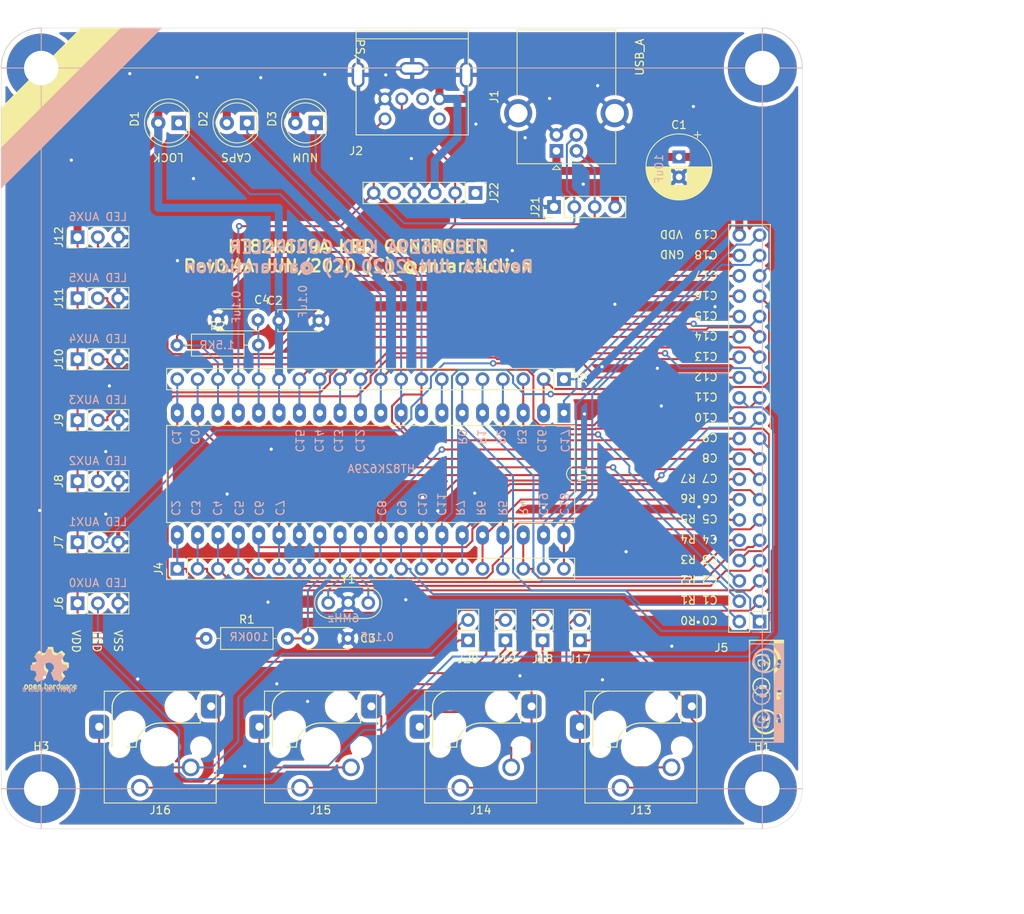
<source format=kicad_pcb>
(kicad_pcb (version 20171130) (host pcbnew "(5.1.2)-2")
  (layers (0 F.Cu signal) (31 B.Cu signal) (34 B.Paste user) (35 F.Paste user) (36 B.SilkS user) (37 F.SilkS user) (38 B.Mask user) (39 F.Mask user) (44 Edge.Cuts user))
  (net 0 "")
  (net 1 VDD)
  (net 2 VSS)
  (net 3 "#RESET")
  (net 4 V33O)
  (net 5 SCROLL_LED)
  (net 6 CAPS_LED)
  (net 7 NUM_LED)
  (net 8 D-)
  (net 9 D+)
  (net 10 C17)
  (net 11 C3)
  (net 12 C16)
  (net 13 R3)
  (net 14 C4)
  (net 15 R2)
  (net 16 C5)
  (net 17 R1)
  (net 18 C6)
  (net 19 R0)
  (net 20 C7)
  (net 21 FN_SEL)
  (net 22 OSCO)
  (net 23 OSCI)
  (net 24 C12)
  (net 25 C8)
  (net 26 C13)
  (net 27 C9)
  (net 28 C14)
  (net 29 C10)
  (net 30 C15)
  (net 31 C11)
  (net 32 R7)
  (net 33 R6)
  (net 34 R5)
  (net 35 R4)
  (net 36 C0)
  (net 37 C19)
  (net 38 C1)
  (net 39 C18)
  (net 40 C2)
  (net 41 AUX0)
  (net 42 AUX1)
  (net 43 AUX2)
  (net 44 AUX3)
  (net 45 AUX4)
  (net 46 AUX5)
  (net 47 AUX6)
  (net 48 "Net-(J13-Pad1)")
  (net 49 "Net-(J13-Pad2)")
  (net 50 "Net-(J14-Pad1)")
  (net 51 "Net-(J14-Pad2)")
  (net 52 "Net-(J15-Pad1)")
  (net 53 "Net-(J15-Pad2)")
  (net 54 "Net-(J16-Pad1)")
  (net 55 "Net-(J16-Pad2)")
  (net 56 "Net-(J2-Pad1)")
  (net 57 "Net-(J2-Pad5)")
  (net 58 "Net-(J22-Pad1)")
  (net 59 "Net-(J22-Pad5)")
  (module ryuk_lib:CCBYSA_LOGO2 (layer B.Cu) (at 195.45 118.05 270)
    (fp_text reference G2 hide)
    (fp_text value LOGO hide)
  )
  (module ryuk_lib:CCBYSA_LOGO2 (layer F.Cu) (at 195.45 117.6 90)
    (fp_text reference G1 hide)
    (fp_text value LOGO hide)
  )
  (module Symbol:OSHW-Logo2_7.3x6mm_SilkScreen (layer B.Cu) (at 105.95 115.35 180)
    (fp_text reference G4 hide)
    (fp_text value OSHW-Logo2_7.3x6mm_SilkScreen hide)
  )
  (module Symbol:OSHW-Logo2_7.3x6mm_SilkScreen (layer F.Cu) (at 106.15 115.05)
    (fp_text reference G3 hide)
    (fp_text value OSHW-Logo2_7.3x6mm_SilkScreen hide)
  )
  (module Connector_USB:USB_B_OST_USB-B1HSxx_Horizontal (layer F.Cu) (at 169.3 50.35 90)
    (fp_text reference J1 (at 6.76 -7.77 90) (layer F.SilkS))
    (fp_text value USB_A (at 11.7 10.4 90) (layer F.SilkS))
    (pad 1 thru_hole rect (at 0 0 90) (size 1.7 1.7) (drill 0.92) (layers *.Cu *.Mask) (net 1 VDD))
    (pad 2 thru_hole circle (at 0 2.5 90) (size 1.7 1.7) (drill 0.92) (layers *.Cu *.Mask) (net 8 D-))
    (pad 3 thru_hole circle (at 2 2.5 90) (size 1.7 1.7) (drill 0.92) (layers *.Cu *.Mask) (net 9 D+))
    (pad 4 thru_hole circle (at 2 0 90) (size 1.7 1.7) (drill 0.92) (layers *.Cu *.Mask) (net 2 VSS))
    (pad 5 thru_hole circle (at 4.71 -4.77 90) (size 3.5 3.5) (drill 2.33) (layers *.Cu *.Mask) (net 2 VSS))
    (pad 5 thru_hole circle (at 4.71 7.27 90) (size 3.5 3.5) (drill 2.33) (layers *.Cu *.Mask) (net 2 VSS))
  )
  (module Capacitor_THT:CP_Radial_D8.0mm_P2.50mm (layer F.Cu) (at 184.6 51.1 270)
    (fp_text reference C1 (at -4 0) (layer F.SilkS))
    (fp_text value 10uF (at 1.5 2.5 90) (layer B.SilkS) (effects (justify mirror)))
    (pad 1 thru_hole rect (at 0 0 270) (size 1.6 1.6) (drill 0.8) (layers *.Cu *.Mask) (net 1 VDD))
    (pad 2 thru_hole circle (at 2.5 0 270) (size 1.6 1.6) (drill 0.8) (layers *.Cu *.Mask) (net 2 VSS))
  )
  (module Capacitor_THT:C_Disc_D5.0mm_W2.5mm_P5.00mm (layer F.Cu) (at 134.65 71.55)
    (fp_text reference C2 (at -0.5 -2.5) (layer F.SilkS))
    (fp_text value 0.1uF (at 3 -2.4 270) (layer B.SilkS) (effects (justify mirror)))
    (pad 1 thru_hole circle (at 0 0) (size 1.6 1.6) (drill 0.8) (layers *.Cu *.Mask) (net 1 VDD))
    (pad 2 thru_hole circle (at 5 0) (size 1.6 1.6) (drill 0.8) (layers *.Cu *.Mask) (net 2 VSS))
  )
  (module Capacitor_THT:C_Disc_D5.0mm_W2.5mm_P5.00mm (layer F.Cu) (at 138.28 111.235)
    (fp_text reference C3 (at 7.5 0) (layer F.SilkS))
    (fp_text value 0.1uF (at 8.67 -0.185 180) (layer B.SilkS) (effects (justify mirror)))
    (pad 2 thru_hole circle (at 5 0) (size 1.6 1.6) (drill 0.8) (layers *.Cu *.Mask) (net 2 VSS))
    (pad 1 thru_hole circle (at 0 0) (size 1.6 1.6) (drill 0.8) (layers *.Cu *.Mask) (net 3 "#RESET"))
  )
  (module Capacitor_THT:C_Disc_D5.0mm_W2.5mm_P5.00mm (layer F.Cu) (at 132.05 71.45 180)
    (fp_text reference C4 (at -0.5 2.5) (layer F.SilkS))
    (fp_text value 0.1uF (at 2.7 1.6 90) (layer B.SilkS) (effects (justify mirror)))
    (pad 1 thru_hole circle (at 0 0 180) (size 1.6 1.6) (drill 0.8) (layers *.Cu *.Mask) (net 4 V33O))
    (pad 2 thru_hole circle (at 5 0 180) (size 1.6 1.6) (drill 0.8) (layers *.Cu *.Mask) (net 2 VSS))
  )
  (module LED_THT:LED_D5.0mm (layer F.Cu) (at 122.15 46.85 180)
    (fp_text reference D1 (at 5.5 0.49 90) (layer F.SilkS))
    (fp_text value LED)
    (pad 1 thru_hole rect (at 0 0 180) (size 1.8 1.8) (drill 0.9) (layers *.Cu *.Mask) (net 5 SCROLL_LED))
    (pad 2 thru_hole circle (at 2.54 0 180) (size 1.8 1.8) (drill 0.9) (layers *.Cu *.Mask) (net 1 VDD))
  )
  (module LED_THT:LED_D5.0mm (layer F.Cu) (at 130.7 46.85 180)
    (fp_text reference D2 (at 5.47 0.49 90) (layer F.SilkS))
    (fp_text value LED)
    (pad 2 thru_hole circle (at 2.54 0 180) (size 1.8 1.8) (drill 0.9) (layers *.Cu *.Mask) (net 1 VDD))
    (pad 1 thru_hole rect (at 0 0 180) (size 1.8 1.8) (drill 0.9) (layers *.Cu *.Mask) (net 6 CAPS_LED))
  )
  (module LED_THT:LED_D5.0mm (layer F.Cu) (at 139.25 46.85 180)
    (fp_text reference D3 (at 5.44 0.49 90) (layer F.SilkS))
    (fp_text value LED)
    (pad 1 thru_hole rect (at 0 0 180) (size 1.8 1.8) (drill 0.9) (layers *.Cu *.Mask) (net 7 NUM_LED))
    (pad 2 thru_hole circle (at 2.54 0 180) (size 1.8 1.8) (drill 0.9) (layers *.Cu *.Mask) (net 1 VDD))
  )
  (module "ryuk_lib:mini DIN 6 PCB" (layer F.Cu) (at 151.3 35.35)
    (fp_text reference J2 (at -7 15) (layer F.SilkS))
    (fp_text value Mini-DIN-6)
    (pad 1 thru_hole circle (at 1.3 8.5) (size 1.6 1.6) (drill 1) (layers *.Cu *.Mask) (net 56 "Net-(J2-Pad1)"))
    (pad 2 thru_hole circle (at -1.3 8.5) (size 1.6 1.6) (drill 1) (layers *.Cu *.Mask) (net 8 D-))
    (pad 3 thru_hole circle (at 3.4 8.5) (size 1.6 1.6) (drill 1) (layers *.Cu *.Mask) (net 1 VDD))
    (pad 4 thru_hole circle (at -3.4 8.5) (size 1.6 1.6) (drill 1) (layers *.Cu *.Mask) (net 2 VSS))
    (pad 5 thru_hole circle (at 3.4 11) (size 1.6 1.6) (drill 1) (layers *.Cu *.Mask) (net 57 "Net-(J2-Pad5)"))
    (pad 6 thru_hole circle (at -3.4 11) (size 1.6 1.6) (drill 1) (layers *.Cu *.Mask) (net 9 D+))
    (pad 0 thru_hole oval (at 0 4.7) (size 3.2 1.6) (drill oval 2.6 1) (layers *.Cu *.Mask) (net 2 VSS))
    (pad 0 thru_hole oval (at 6.75 5.5) (size 1.6 3.2) (drill oval 1 2.6) (layers *.Cu *.Mask) (net 2 VSS))
    (pad 0 thru_hole oval (at -6.75 5.5) (size 1.6 3.2) (drill oval 1 2.6) (layers *.Cu *.Mask) (net 2 VSS))
  )
  (module Resistor_THT:R_Axial_DIN0207_L6.3mm_D2.5mm_P10.16mm_Horizontal (layer F.Cu) (at 125.58 111.235)
    (fp_text reference R1 (at 5.08 -2.37) (layer F.SilkS))
    (fp_text value 100KR (at 5.37 -0.185 180) (layer B.SilkS) (effects (justify mirror)))
    (pad 1 thru_hole circle (at 0 0) (size 1.6 1.6) (drill 0.8) (layers *.Cu *.Mask) (net 1 VDD))
    (pad 2 thru_hole oval (at 10.16 0) (size 1.6 1.6) (drill 0.8) (layers *.Cu *.Mask) (net 3 "#RESET"))
  )
  (module Resistor_THT:R_Axial_DIN0207_L6.3mm_D2.5mm_P10.16mm_Horizontal (layer F.Cu) (at 121.94 74.6)
    (fp_text reference R2 (at 5.08 -2.37) (layer F.SilkS))
    (fp_text value 1.5KR (at 5 0 180) (layer B.SilkS) (effects (justify mirror)))
    (pad 2 thru_hole oval (at 10.16 0) (size 1.6 1.6) (drill 0.8) (layers *.Cu *.Mask) (net 4 V33O))
    (pad 1 thru_hole circle (at 0 0) (size 1.6 1.6) (drill 0.8) (layers *.Cu *.Mask) (net 8 D-))
  )
  (module Package_DIP:DIP-40_W15.24mm_LongPads (layer F.Cu) (at 170.24 83.075 270)
    (fp_text reference U1 (at 7.62 -2.33 90) (layer F.SilkS))
    (fp_text value HT82K629A (at 6.975 22.79) (layer B.SilkS) (effects (justify mirror)))
    (pad 1 thru_hole rect (at -0.000001 0 270) (size 2.4 1.6) (drill 0.8) (layers *.Cu *.Mask) (net 10 C17))
    (pad 21 thru_hole oval (at 15.24 48.26 270) (size 2.4 1.6) (drill 0.8) (layers *.Cu *.Mask) (net 40 C2))
    (pad 2 thru_hole oval (at 0 2.54 270) (size 2.4 1.6) (drill 0.8) (layers *.Cu *.Mask) (net 12 C16))
    (pad 22 thru_hole oval (at 15.24 45.72 270) (size 2.4 1.6) (drill 0.8) (layers *.Cu *.Mask) (net 11 C3))
    (pad 3 thru_hole oval (at 0 5.08 270) (size 2.4 1.6) (drill 0.8) (layers *.Cu *.Mask) (net 13 R3))
    (pad 23 thru_hole oval (at 15.24 43.18 270) (size 2.4 1.6) (drill 0.8) (layers *.Cu *.Mask) (net 14 C4))
    (pad 4 thru_hole oval (at 0 7.62 270) (size 2.4 1.6) (drill 0.8) (layers *.Cu *.Mask) (net 15 R2))
    (pad 24 thru_hole oval (at 15.24 40.64 270) (size 2.4 1.6) (drill 0.8) (layers *.Cu *.Mask) (net 16 C5))
    (pad 5 thru_hole oval (at 0 10.16 270) (size 2.4 1.6) (drill 0.8) (layers *.Cu *.Mask) (net 17 R1))
    (pad 25 thru_hole oval (at 15.24 38.1 270) (size 2.4 1.6) (drill 0.8) (layers *.Cu *.Mask) (net 18 C6))
    (pad 6 thru_hole oval (at 0 12.7 270) (size 2.4 1.6) (drill 0.8) (layers *.Cu *.Mask) (net 19 R0))
    (pad 26 thru_hole oval (at 15.24 35.56 270) (size 2.4 1.6) (drill 0.8) (layers *.Cu *.Mask) (net 20 C7))
    (pad 7 thru_hole oval (at 0 15.24 270) (size 2.4 1.6) (drill 0.8) (layers *.Cu *.Mask) (net 21 FN_SEL))
    (pad 27 thru_hole oval (at 15.24 33.02 270) (size 2.4 1.6) (drill 0.8) (layers *.Cu *.Mask) (net 2 VSS))
    (pad 8 thru_hole oval (at 0 17.78 270) (size 2.4 1.6) (drill 0.8) (layers *.Cu *.Mask) (net 7 NUM_LED))
    (pad 28 thru_hole oval (at 15.24 30.48 270) (size 2.4 1.6) (drill 0.8) (layers *.Cu *.Mask) (net 3 "#RESET"))
    (pad 9 thru_hole oval (at 0 20.32 270) (size 2.4 1.6) (drill 0.8) (layers *.Cu *.Mask) (net 6 CAPS_LED))
    (pad 29 thru_hole oval (at 15.24 27.94 270) (size 2.4 1.6) (drill 0.8) (layers *.Cu *.Mask) (net 22 OSCO))
    (pad 10 thru_hole oval (at 0 22.86 270) (size 2.4 1.6) (drill 0.8) (layers *.Cu *.Mask) (net 5 SCROLL_LED))
    (pad 30 thru_hole oval (at 15.24 25.4 270) (size 2.4 1.6) (drill 0.8) (layers *.Cu *.Mask) (net 23 OSCI))
    (pad 11 thru_hole oval (at 0 25.4 270) (size 2.4 1.6) (drill 0.8) (layers *.Cu *.Mask) (net 24 C12))
    (pad 31 thru_hole oval (at 15.24 22.86 270) (size 2.4 1.6) (drill 0.8) (layers *.Cu *.Mask) (net 25 C8))
    (pad 12 thru_hole oval (at 0 27.94 270) (size 2.4 1.6) (drill 0.8) (layers *.Cu *.Mask) (net 26 C13))
    (pad 32 thru_hole oval (at 15.24 20.32 270) (size 2.4 1.6) (drill 0.8) (layers *.Cu *.Mask) (net 27 C9))
    (pad 13 thru_hole oval (at 0 30.48 270) (size 2.4 1.6) (drill 0.8) (layers *.Cu *.Mask) (net 28 C14))
    (pad 33 thru_hole oval (at 15.24 17.78 270) (size 2.4 1.6) (drill 0.8) (layers *.Cu *.Mask) (net 29 C10))
    (pad 14 thru_hole oval (at 0 33.02 270) (size 2.4 1.6) (drill 0.8) (layers *.Cu *.Mask) (net 30 C15))
    (pad 34 thru_hole oval (at 15.24 15.24 270) (size 2.4 1.6) (drill 0.8) (layers *.Cu *.Mask) (net 31 C11))
    (pad 15 thru_hole oval (at 0 35.56 270) (size 2.4 1.6) (drill 0.8) (layers *.Cu *.Mask) (net 1 VDD))
    (pad 35 thru_hole oval (at 15.24 12.7 270) (size 2.4 1.6) (drill 0.8) (layers *.Cu *.Mask) (net 32 R7))
    (pad 16 thru_hole oval (at 0 38.1 270) (size 2.4 1.6) (drill 0.8) (layers *.Cu *.Mask) (net 4 V33O))
    (pad 36 thru_hole oval (at 15.24 10.16 270) (size 2.4 1.6) (drill 0.8) (layers *.Cu *.Mask) (net 33 R6))
    (pad 17 thru_hole oval (at 0 40.64 270) (size 2.4 1.6) (drill 0.8) (layers *.Cu *.Mask) (net 9 D+))
    (pad 37 thru_hole oval (at 15.24 7.62 270) (size 2.4 1.6) (drill 0.8) (layers *.Cu *.Mask) (net 34 R5))
    (pad 18 thru_hole oval (at 0 43.18 270) (size 2.4 1.6) (drill 0.8) (layers *.Cu *.Mask) (net 8 D-))
    (pad 38 thru_hole oval (at 15.24 5.08 270) (size 2.4 1.6) (drill 0.8) (layers *.Cu *.Mask) (net 35 R4))
    (pad 19 thru_hole oval (at 0 45.72 270) (size 2.4 1.6) (drill 0.8) (layers *.Cu *.Mask) (net 36 C0))
    (pad 39 thru_hole oval (at 15.24 2.54 270) (size 2.4 1.6) (drill 0.8) (layers *.Cu *.Mask) (net 37 C19))
    (pad 20 thru_hole oval (at 0 48.26 270) (size 2.4 1.6) (drill 0.8) (layers *.Cu *.Mask) (net 38 C1))
    (pad 40 thru_hole oval (at 15.239999 0 270) (size 2.4 1.6) (drill 0.8) (layers *.Cu *.Mask) (net 39 C18))
  )
  (module Connector_PinHeader_2.54mm:PinHeader_1x20_P2.54mm_Vertical (layer F.Cu) (at 170.24 78.85 270)
    (fp_text reference J3 (at 0 -2.33 90) (layer F.SilkS))
    (fp_text value CN_L)
    (pad 1 thru_hole rect (at 0 0 270) (size 1.7 1.7) (drill 1) (layers *.Cu *.Mask) (net 10 C17))
    (pad 2 thru_hole oval (at 0 2.54 270) (size 1.7 1.7) (drill 1) (layers *.Cu *.Mask) (net 12 C16))
    (pad 3 thru_hole oval (at 0 5.08 270) (size 1.7 1.7) (drill 1) (layers *.Cu *.Mask) (net 13 R3))
    (pad 4 thru_hole oval (at 0 7.62 270) (size 1.7 1.7) (drill 1) (layers *.Cu *.Mask) (net 15 R2))
    (pad 5 thru_hole oval (at 0 10.16 270) (size 1.7 1.7) (drill 1) (layers *.Cu *.Mask) (net 17 R1))
    (pad 6 thru_hole oval (at 0 12.7 270) (size 1.7 1.7) (drill 1) (layers *.Cu *.Mask) (net 19 R0))
    (pad 7 thru_hole oval (at 0 15.24 270) (size 1.7 1.7) (drill 1) (layers *.Cu *.Mask) (net 21 FN_SEL))
    (pad 8 thru_hole oval (at 0 17.78 270) (size 1.7 1.7) (drill 1) (layers *.Cu *.Mask) (net 7 NUM_LED))
    (pad 9 thru_hole oval (at 0 20.32 270) (size 1.7 1.7) (drill 1) (layers *.Cu *.Mask) (net 6 CAPS_LED))
    (pad 10 thru_hole oval (at 0 22.86 270) (size 1.7 1.7) (drill 1) (layers *.Cu *.Mask) (net 5 SCROLL_LED))
    (pad 11 thru_hole oval (at 0 25.4 270) (size 1.7 1.7) (drill 1) (layers *.Cu *.Mask) (net 24 C12))
    (pad 12 thru_hole oval (at 0 27.94 270) (size 1.7 1.7) (drill 1) (layers *.Cu *.Mask) (net 26 C13))
    (pad 13 thru_hole oval (at 0 30.48 270) (size 1.7 1.7) (drill 1) (layers *.Cu *.Mask) (net 28 C14))
    (pad 14 thru_hole oval (at 0 33.02 270) (size 1.7 1.7) (drill 1) (layers *.Cu *.Mask) (net 30 C15))
    (pad 15 thru_hole oval (at 0 35.56 270) (size 1.7 1.7) (drill 1) (layers *.Cu *.Mask) (net 1 VDD))
    (pad 16 thru_hole oval (at 0 38.1 270) (size 1.7 1.7) (drill 1) (layers *.Cu *.Mask) (net 4 V33O))
    (pad 17 thru_hole oval (at 0 40.64 270) (size 1.7 1.7) (drill 1) (layers *.Cu *.Mask) (net 9 D+))
    (pad 18 thru_hole oval (at 0 43.18 270) (size 1.7 1.7) (drill 1) (layers *.Cu *.Mask) (net 8 D-))
    (pad 19 thru_hole oval (at 0 45.72 270) (size 1.7 1.7) (drill 1) (layers *.Cu *.Mask) (net 36 C0))
    (pad 20 thru_hole oval (at 0 48.26 270) (size 1.7 1.7) (drill 1) (layers *.Cu *.Mask) (net 38 C1))
  )
  (module Connector_PinHeader_2.54mm:PinHeader_1x20_P2.54mm_Vertical (layer F.Cu) (at 121.98 102.54 90)
    (fp_text reference J4 (at 0 -2.33 90) (layer F.SilkS))
    (fp_text value CN_R)
    (pad 20 thru_hole oval (at 0 48.26 90) (size 1.7 1.7) (drill 1) (layers *.Cu *.Mask) (net 39 C18))
    (pad 19 thru_hole oval (at 0 45.72 90) (size 1.7 1.7) (drill 1) (layers *.Cu *.Mask) (net 37 C19))
    (pad 18 thru_hole oval (at 0 43.18 90) (size 1.7 1.7) (drill 1) (layers *.Cu *.Mask) (net 35 R4))
    (pad 17 thru_hole oval (at 0 40.64 90) (size 1.7 1.7) (drill 1) (layers *.Cu *.Mask) (net 34 R5))
    (pad 16 thru_hole oval (at 0 38.1 90) (size 1.7 1.7) (drill 1) (layers *.Cu *.Mask) (net 33 R6))
    (pad 15 thru_hole oval (at 0 35.56 90) (size 1.7 1.7) (drill 1) (layers *.Cu *.Mask) (net 32 R7))
    (pad 14 thru_hole oval (at 0 33.02 90) (size 1.7 1.7) (drill 1) (layers *.Cu *.Mask) (net 31 C11))
    (pad 13 thru_hole oval (at 0 30.48 90) (size 1.7 1.7) (drill 1) (layers *.Cu *.Mask) (net 29 C10))
    (pad 12 thru_hole oval (at 0 27.94 90) (size 1.7 1.7) (drill 1) (layers *.Cu *.Mask) (net 27 C9))
    (pad 11 thru_hole oval (at 0 25.4 90) (size 1.7 1.7) (drill 1) (layers *.Cu *.Mask) (net 25 C8))
    (pad 10 thru_hole oval (at 0 22.86 90) (size 1.7 1.7) (drill 1) (layers *.Cu *.Mask) (net 23 OSCI))
    (pad 9 thru_hole oval (at 0 20.32 90) (size 1.7 1.7) (drill 1) (layers *.Cu *.Mask) (net 22 OSCO))
    (pad 8 thru_hole oval (at 0 17.78 90) (size 1.7 1.7) (drill 1) (layers *.Cu *.Mask) (net 3 "#RESET"))
    (pad 7 thru_hole oval (at 0 15.24 90) (size 1.7 1.7) (drill 1) (layers *.Cu *.Mask) (net 2 VSS))
    (pad 6 thru_hole oval (at 0 12.7 90) (size 1.7 1.7) (drill 1) (layers *.Cu *.Mask) (net 20 C7))
    (pad 5 thru_hole oval (at 0 10.16 90) (size 1.7 1.7) (drill 1) (layers *.Cu *.Mask) (net 18 C6))
    (pad 4 thru_hole oval (at 0 7.62 90) (size 1.7 1.7) (drill 1) (layers *.Cu *.Mask) (net 16 C5))
    (pad 3 thru_hole oval (at 0 5.08 90) (size 1.7 1.7) (drill 1) (layers *.Cu *.Mask) (net 14 C4))
    (pad 2 thru_hole oval (at 0 2.54 90) (size 1.7 1.7) (drill 1) (layers *.Cu *.Mask) (net 11 C3))
    (pad 1 thru_hole rect (at 0 0 90) (size 1.7 1.7) (drill 1) (layers *.Cu *.Mask) (net 40 C2))
  )
  (module Crystal:Resonator-3Pin_W8.0mm_H3.5mm (layer F.Cu) (at 140.82 106.79)
    (fp_text reference Y1 (at 2.5 -2.95) (layer F.SilkS))
    (fp_text value 6MHz (at 1.905 1.905) (layer B.SilkS) (effects (justify mirror)))
    (pad 1 thru_hole circle (at 0 0) (size 1.7 1.7) (drill 1) (layers *.Cu *.Mask) (net 22 OSCO))
    (pad 2 thru_hole circle (at 2.5 0) (size 1.7 1.7) (drill 1) (layers *.Cu *.Mask) (net 2 VSS))
    (pad 3 thru_hole circle (at 5 0) (size 1.7 1.7) (drill 1) (layers *.Cu *.Mask) (net 23 OSCI))
  )
  (module MountingHole:MountingHole_4.3mm_M4_Pad (layer F.Cu) (at 195 130)
    (fp_text reference H1 (at 0 -5.3) (layer F.SilkS))
    (fp_text value MountingHole)
    (pad 1 thru_hole circle (at 0 0) (size 8.6 8.6) (drill 4.3) (layers *.Cu *.Mask))
  )
  (module MountingHole:MountingHole_4.3mm_M4_Pad (layer F.Cu) (at 195 40)
    (fp_text reference H2 hide)
    (fp_text value MountingHole)
    (pad 1 thru_hole circle (at 0 0) (size 8.6 8.6) (drill 4.3) (layers *.Cu *.Mask))
  )
  (module MountingHole:MountingHole_4.3mm_M4_Pad (layer F.Cu) (at 105 130)
    (fp_text reference H3 (at 0 -5.3) (layer F.SilkS))
    (fp_text value MountingHole)
    (pad 1 thru_hole circle (at 0 0) (size 8.6 8.6) (drill 4.3) (layers *.Cu *.Mask))
  )
  (module MountingHole:MountingHole_4.3mm_M4_Pad (layer F.Cu) (at 105 40)
    (fp_text reference H4 hide)
    (fp_text value MountingHole)
    (pad 1 thru_hole circle (at 0 0) (size 8.6 8.6) (drill 4.3) (layers *.Cu *.Mask))
  )
  (module Connector_PinHeader_2.54mm:PinHeader_2x20_P2.54mm_Vertical (layer F.Cu) (at 194.67 109.13 180)
    (fp_text reference J5 (at 4.77 -3.27) (layer F.SilkS))
    (fp_text value Conn_02x20_Odd_Even)
    (pad 1 thru_hole rect (at 0 0 180) (size 1.7 1.7) (drill 1) (layers *.Cu *.Mask) (net 36 C0))
    (pad 2 thru_hole oval (at 2.54 0 180) (size 1.7 1.7) (drill 1) (layers *.Cu *.Mask) (net 19 R0))
    (pad 3 thru_hole oval (at 0 2.54 180) (size 1.7 1.7) (drill 1) (layers *.Cu *.Mask) (net 38 C1))
    (pad 4 thru_hole oval (at 2.54 2.54 180) (size 1.7 1.7) (drill 1) (layers *.Cu *.Mask) (net 17 R1))
    (pad 5 thru_hole oval (at 0 5.08 180) (size 1.7 1.7) (drill 1) (layers *.Cu *.Mask) (net 40 C2))
    (pad 6 thru_hole oval (at 2.54 5.08 180) (size 1.7 1.7) (drill 1) (layers *.Cu *.Mask) (net 15 R2))
    (pad 7 thru_hole oval (at 0 7.62 180) (size 1.7 1.7) (drill 1) (layers *.Cu *.Mask) (net 11 C3))
    (pad 8 thru_hole oval (at 2.54 7.62 180) (size 1.7 1.7) (drill 1) (layers *.Cu *.Mask) (net 13 R3))
    (pad 9 thru_hole oval (at 0 10.16 180) (size 1.7 1.7) (drill 1) (layers *.Cu *.Mask) (net 14 C4))
    (pad 10 thru_hole oval (at 2.54 10.16 180) (size 1.7 1.7) (drill 1) (layers *.Cu *.Mask) (net 35 R4))
    (pad 11 thru_hole oval (at 0 12.7 180) (size 1.7 1.7) (drill 1) (layers *.Cu *.Mask) (net 16 C5))
    (pad 12 thru_hole oval (at 2.54 12.7 180) (size 1.7 1.7) (drill 1) (layers *.Cu *.Mask) (net 34 R5))
    (pad 13 thru_hole oval (at 0 15.24 180) (size 1.7 1.7) (drill 1) (layers *.Cu *.Mask) (net 18 C6))
    (pad 14 thru_hole oval (at 2.54 15.24 180) (size 1.7 1.7) (drill 1) (layers *.Cu *.Mask) (net 33 R6))
    (pad 15 thru_hole oval (at 0 17.78 180) (size 1.7 1.7) (drill 1) (layers *.Cu *.Mask) (net 20 C7))
    (pad 16 thru_hole oval (at 2.54 17.78 180) (size 1.7 1.7) (drill 1) (layers *.Cu *.Mask) (net 32 R7))
    (pad 17 thru_hole oval (at 0 20.32 180) (size 1.7 1.7) (drill 1) (layers *.Cu *.Mask) (net 25 C8))
    (pad 18 thru_hole oval (at 2.54 20.32 180) (size 1.7 1.7) (drill 1) (layers *.Cu *.Mask) (net 7 NUM_LED))
    (pad 19 thru_hole oval (at 0 22.86 180) (size 1.7 1.7) (drill 1) (layers *.Cu *.Mask) (net 27 C9))
    (pad 20 thru_hole oval (at 2.54 22.86 180) (size 1.7 1.7) (drill 1) (layers *.Cu *.Mask) (net 6 CAPS_LED))
    (pad 21 thru_hole oval (at 0 25.4 180) (size 1.7 1.7) (drill 1) (layers *.Cu *.Mask) (net 29 C10))
    (pad 22 thru_hole oval (at 2.54 25.4 180) (size 1.7 1.7) (drill 1) (layers *.Cu *.Mask) (net 5 SCROLL_LED))
    (pad 23 thru_hole oval (at 0 27.94 180) (size 1.7 1.7) (drill 1) (layers *.Cu *.Mask) (net 31 C11))
    (pad 24 thru_hole oval (at 2.54 27.94 180) (size 1.7 1.7) (drill 1) (layers *.Cu *.Mask) (net 41 AUX0))
    (pad 25 thru_hole oval (at 0 30.48 180) (size 1.7 1.7) (drill 1) (layers *.Cu *.Mask) (net 24 C12))
    (pad 26 thru_hole oval (at 2.54 30.48 180) (size 1.7 1.7) (drill 1) (layers *.Cu *.Mask) (net 42 AUX1))
    (pad 27 thru_hole oval (at 0 33.02 180) (size 1.7 1.7) (drill 1) (layers *.Cu *.Mask) (net 26 C13))
    (pad 28 thru_hole oval (at 2.54 33.02 180) (size 1.7 1.7) (drill 1) (layers *.Cu *.Mask) (net 43 AUX2))
    (pad 29 thru_hole oval (at 0 35.56 180) (size 1.7 1.7) (drill 1) (layers *.Cu *.Mask) (net 28 C14))
    (pad 30 thru_hole oval (at 2.54 35.56 180) (size 1.7 1.7) (drill 1) (layers *.Cu *.Mask) (net 44 AUX3))
    (pad 31 thru_hole oval (at 0 38.1 180) (size 1.7 1.7) (drill 1) (layers *.Cu *.Mask) (net 30 C15))
    (pad 32 thru_hole oval (at 2.54 38.1 180) (size 1.7 1.7) (drill 1) (layers *.Cu *.Mask) (net 45 AUX4))
    (pad 33 thru_hole oval (at 0 40.64 180) (size 1.7 1.7) (drill 1) (layers *.Cu *.Mask) (net 12 C16))
    (pad 34 thru_hole oval (at 2.54 40.64 180) (size 1.7 1.7) (drill 1) (layers *.Cu *.Mask) (net 46 AUX5))
    (pad 35 thru_hole oval (at 0 43.18 180) (size 1.7 1.7) (drill 1) (layers *.Cu *.Mask) (net 10 C17))
    (pad 36 thru_hole oval (at 2.54 43.18 180) (size 1.7 1.7) (drill 1) (layers *.Cu *.Mask) (net 47 AUX6))
    (pad 37 thru_hole oval (at 0 45.72 180) (size 1.7 1.7) (drill 1) (layers *.Cu *.Mask) (net 39 C18))
    (pad 38 thru_hole oval (at 2.54 45.72 180) (size 1.7 1.7) (drill 1) (layers *.Cu *.Mask) (net 2 VSS))
    (pad 39 thru_hole oval (at 0 48.26 180) (size 1.7 1.7) (drill 1) (layers *.Cu *.Mask) (net 37 C19))
    (pad 40 thru_hole oval (at 2.54 48.26 180) (size 1.7 1.7) (drill 1) (layers *.Cu *.Mask) (net 1 VDD))
  )
  (module Connector_PinHeader_2.54mm:PinHeader_1x03_P2.54mm_Vertical (layer F.Cu) (at 109.53 106.84 90)
    (fp_text reference J6 (at 0 -2.33 90) (layer F.SilkS))
    (fp_text value "LED AUX0" (at 2.54 2.54 unlocked) (layer B.SilkS) (effects (justify mirror)))
    (pad 1 thru_hole rect (at 0 0 90) (size 1.7 1.7) (drill 1) (layers *.Cu *.Mask) (net 1 VDD))
    (pad 2 thru_hole oval (at 0 2.54 90) (size 1.7 1.7) (drill 1) (layers *.Cu *.Mask) (net 41 AUX0))
    (pad 3 thru_hole oval (at 0 5.08 90) (size 1.7 1.7) (drill 1) (layers *.Cu *.Mask) (net 2 VSS))
  )
  (module Connector_PinHeader_2.54mm:PinHeader_1x03_P2.54mm_Vertical (layer F.Cu) (at 109.53 99.22 90)
    (fp_text reference J7 (at 0 -2.33 90) (layer F.SilkS))
    (fp_text value "LED AUX1" (at 2.54 2.54 unlocked) (layer B.SilkS) (effects (justify mirror)))
    (pad 3 thru_hole oval (at 0 5.08 90) (size 1.7 1.7) (drill 1) (layers *.Cu *.Mask) (net 2 VSS))
    (pad 2 thru_hole oval (at 0 2.54 90) (size 1.7 1.7) (drill 1) (layers *.Cu *.Mask) (net 42 AUX1))
    (pad 1 thru_hole rect (at 0 0 90) (size 1.7 1.7) (drill 1) (layers *.Cu *.Mask) (net 1 VDD))
  )
  (module Connector_PinHeader_2.54mm:PinHeader_1x03_P2.54mm_Vertical (layer F.Cu) (at 109.53 91.6 90)
    (fp_text reference J8 (at 0 -2.33 90) (layer F.SilkS))
    (fp_text value "LED AUX2" (at 2.54 2.54 unlocked) (layer B.SilkS) (effects (justify mirror)))
    (pad 1 thru_hole rect (at 0 0 90) (size 1.7 1.7) (drill 1) (layers *.Cu *.Mask) (net 1 VDD))
    (pad 2 thru_hole oval (at 0 2.54 90) (size 1.7 1.7) (drill 1) (layers *.Cu *.Mask) (net 43 AUX2))
    (pad 3 thru_hole oval (at 0 5.08 90) (size 1.7 1.7) (drill 1) (layers *.Cu *.Mask) (net 2 VSS))
  )
  (module Connector_PinHeader_2.54mm:PinHeader_1x03_P2.54mm_Vertical (layer F.Cu) (at 109.53 83.98 90)
    (fp_text reference J9 (at 0 -2.33 90) (layer F.SilkS))
    (fp_text value "LED AUX3" (at 2.54 2.54 unlocked) (layer B.SilkS) (effects (justify mirror)))
    (pad 3 thru_hole oval (at 0 5.08 90) (size 1.7 1.7) (drill 1) (layers *.Cu *.Mask) (net 2 VSS))
    (pad 2 thru_hole oval (at 0 2.54 90) (size 1.7 1.7) (drill 1) (layers *.Cu *.Mask) (net 44 AUX3))
    (pad 1 thru_hole rect (at 0 0 90) (size 1.7 1.7) (drill 1) (layers *.Cu *.Mask) (net 1 VDD))
  )
  (module Connector_PinHeader_2.54mm:PinHeader_1x03_P2.54mm_Vertical (layer F.Cu) (at 109.53 76.36 90)
    (fp_text reference J10 (at 0 -2.33 90) (layer F.SilkS))
    (fp_text value "LED AUX4" (at 2.54 2.54 unlocked) (layer B.SilkS) (effects (justify mirror)))
    (pad 1 thru_hole rect (at 0 0 90) (size 1.7 1.7) (drill 1) (layers *.Cu *.Mask) (net 1 VDD))
    (pad 2 thru_hole oval (at 0 2.54 90) (size 1.7 1.7) (drill 1) (layers *.Cu *.Mask) (net 45 AUX4))
    (pad 3 thru_hole oval (at 0 5.08 90) (size 1.7 1.7) (drill 1) (layers *.Cu *.Mask) (net 2 VSS))
  )
  (module Connector_PinHeader_2.54mm:PinHeader_1x03_P2.54mm_Vertical (layer F.Cu) (at 109.53 68.74 90)
    (fp_text reference J11 (at 0 -2.33 90) (layer F.SilkS))
    (fp_text value "LED AUX5" (at 2.54 2.54 unlocked) (layer B.SilkS) (effects (justify mirror)))
    (pad 3 thru_hole oval (at 0 5.08 90) (size 1.7 1.7) (drill 1) (layers *.Cu *.Mask) (net 2 VSS))
    (pad 2 thru_hole oval (at 0 2.54 90) (size 1.7 1.7) (drill 1) (layers *.Cu *.Mask) (net 46 AUX5))
    (pad 1 thru_hole rect (at 0 0 90) (size 1.7 1.7) (drill 1) (layers *.Cu *.Mask) (net 1 VDD))
  )
  (module Connector_PinHeader_2.54mm:PinHeader_1x03_P2.54mm_Vertical (layer F.Cu) (at 109.53 61.12 90)
    (fp_text reference J12 (at 0 -2.33 90) (layer F.SilkS))
    (fp_text value "LED AUX6" (at 2.54 2.54 unlocked) (layer B.SilkS) (effects (justify mirror)))
    (pad 1 thru_hole rect (at 0 0 90) (size 1.7 1.7) (drill 1) (layers *.Cu *.Mask) (net 1 VDD))
    (pad 2 thru_hole oval (at 0 2.54 90) (size 1.7 1.7) (drill 1) (layers *.Cu *.Mask) (net 47 AUX6))
    (pad 3 thru_hole oval (at 0 5.08 90) (size 1.7 1.7) (drill 1) (layers *.Cu *.Mask) (net 2 VSS))
  )
  (module ryuk_lib:SW_Cherry_MX_1.00u_Hotswap (layer F.Cu) (at 179.85 124.8 180)
    (fp_text reference J13 (at 0 -7.874) (layer F.SilkS))
    (fp_text value KEY0)
    (pad 1 thru_hole roundrect (at -6.35 5.08 180) (size 2.5 3) (drill 1) (layers *.Cu *.Mask) (net 48 "Net-(J13-Pad1)"))
    (pad 2 thru_hole roundrect (at 7.62 2.54 180) (size 2.5 3) (drill 1) (layers *.Cu *.Mask) (net 49 "Net-(J13-Pad2)"))
    (pad "" np_thru_hole circle (at 3.81 2.54 180) (size 3 3) (drill 3) (layers *.Cu *.Mask))
    (pad "" np_thru_hole circle (at -2.54 5.08 180) (size 3 3) (drill 3) (layers *.Cu *.Mask))
    (pad "" np_thru_hole circle (at 5.08 0 180) (size 1.7 1.7) (drill 1.7) (layers *.Cu *.Mask))
    (pad "" np_thru_hole circle (at -5.08 0 180) (size 1.7 1.7) (drill 1.7) (layers *.Cu *.Mask))
    (pad "" np_thru_hole circle (at 0 0 180) (size 4 4) (drill 4) (layers *.Cu *.Mask))
    (pad 2 thru_hole circle (at -3.81 -2.54 180) (size 2.2 2.2) (drill 1.5) (layers *.Cu *.Mask) (net 49 "Net-(J13-Pad2)"))
    (pad 1 thru_hole circle (at 2.54 -5.08 180) (size 2.2 2.2) (drill 1.5) (layers *.Cu *.Mask) (net 48 "Net-(J13-Pad1)"))
  )
  (module ryuk_lib:SW_Cherry_MX_1.00u_Hotswap (layer F.Cu) (at 159.85 124.8 180)
    (fp_text reference J14 (at 0 -7.874) (layer F.SilkS))
    (fp_text value KEY1)
    (pad 1 thru_hole circle (at 2.54 -5.08 180) (size 2.2 2.2) (drill 1.5) (layers *.Cu *.Mask) (net 50 "Net-(J14-Pad1)"))
    (pad 2 thru_hole circle (at -3.81 -2.54 180) (size 2.2 2.2) (drill 1.5) (layers *.Cu *.Mask) (net 51 "Net-(J14-Pad2)"))
    (pad "" np_thru_hole circle (at 0 0 180) (size 4 4) (drill 4) (layers *.Cu *.Mask))
    (pad "" np_thru_hole circle (at -5.08 0 180) (size 1.7 1.7) (drill 1.7) (layers *.Cu *.Mask))
    (pad "" np_thru_hole circle (at 5.08 0 180) (size 1.7 1.7) (drill 1.7) (layers *.Cu *.Mask))
    (pad "" np_thru_hole circle (at -2.54 5.08 180) (size 3 3) (drill 3) (layers *.Cu *.Mask))
    (pad "" np_thru_hole circle (at 3.81 2.54 180) (size 3 3) (drill 3) (layers *.Cu *.Mask))
    (pad 2 thru_hole roundrect (at 7.62 2.54 180) (size 2.5 3) (drill 1) (layers *.Cu *.Mask) (net 51 "Net-(J14-Pad2)"))
    (pad 1 thru_hole roundrect (at -6.35 5.08 180) (size 2.5 3) (drill 1) (layers *.Cu *.Mask) (net 50 "Net-(J14-Pad1)"))
  )
  (module ryuk_lib:SW_Cherry_MX_1.00u_Hotswap (layer F.Cu) (at 139.85 124.8 180)
    (fp_text reference J15 (at 0 -7.874) (layer F.SilkS))
    (fp_text value KEY2)
    (pad 1 thru_hole roundrect (at -6.35 5.08 180) (size 2.5 3) (drill 1) (layers *.Cu *.Mask) (net 52 "Net-(J15-Pad1)"))
    (pad 2 thru_hole roundrect (at 7.62 2.54 180) (size 2.5 3) (drill 1) (layers *.Cu *.Mask) (net 53 "Net-(J15-Pad2)"))
    (pad "" np_thru_hole circle (at 3.81 2.54 180) (size 3 3) (drill 3) (layers *.Cu *.Mask))
    (pad "" np_thru_hole circle (at -2.54 5.08 180) (size 3 3) (drill 3) (layers *.Cu *.Mask))
    (pad "" np_thru_hole circle (at 5.08 0 180) (size 1.7 1.7) (drill 1.7) (layers *.Cu *.Mask))
    (pad "" np_thru_hole circle (at -5.08 0 180) (size 1.7 1.7) (drill 1.7) (layers *.Cu *.Mask))
    (pad "" np_thru_hole circle (at 0 0 180) (size 4 4) (drill 4) (layers *.Cu *.Mask))
    (pad 2 thru_hole circle (at -3.81 -2.54 180) (size 2.2 2.2) (drill 1.5) (layers *.Cu *.Mask) (net 53 "Net-(J15-Pad2)"))
    (pad 1 thru_hole circle (at 2.54 -5.08 180) (size 2.2 2.2) (drill 1.5) (layers *.Cu *.Mask) (net 52 "Net-(J15-Pad1)"))
  )
  (module ryuk_lib:SW_Cherry_MX_1.00u_Hotswap (layer F.Cu) (at 119.85 124.8 180)
    (fp_text reference J16 (at 0 -7.874) (layer F.SilkS))
    (fp_text value KEY3)
    (pad 1 thru_hole circle (at 2.54 -5.08 180) (size 2.2 2.2) (drill 1.5) (layers *.Cu *.Mask) (net 54 "Net-(J16-Pad1)"))
    (pad 2 thru_hole circle (at -3.81 -2.54 180) (size 2.2 2.2) (drill 1.5) (layers *.Cu *.Mask) (net 55 "Net-(J16-Pad2)"))
    (pad "" np_thru_hole circle (at 0 0 180) (size 4 4) (drill 4) (layers *.Cu *.Mask))
    (pad "" np_thru_hole circle (at -5.08 0 180) (size 1.7 1.7) (drill 1.7) (layers *.Cu *.Mask))
    (pad "" np_thru_hole circle (at 5.08 0 180) (size 1.7 1.7) (drill 1.7) (layers *.Cu *.Mask))
    (pad "" np_thru_hole circle (at -2.54 5.08 180) (size 3 3) (drill 3) (layers *.Cu *.Mask))
    (pad "" np_thru_hole circle (at 3.81 2.54 180) (size 3 3) (drill 3) (layers *.Cu *.Mask))
    (pad 2 thru_hole roundrect (at 7.62 2.54 180) (size 2.5 3) (drill 1) (layers *.Cu *.Mask) (net 55 "Net-(J16-Pad2)"))
    (pad 1 thru_hole roundrect (at -6.35 5.08 180) (size 2.5 3) (drill 1) (layers *.Cu *.Mask) (net 54 "Net-(J16-Pad1)"))
  )
  (module Connector_PinHeader_2.54mm:PinHeader_1x02_P2.54mm_Vertical (layer F.Cu) (at 172.225 111.475 180)
    (fp_text reference J17 (at 0 -2.33) (layer F.SilkS))
    (fp_text value K0)
    (pad 1 thru_hole rect (at 0 0 180) (size 1.7 1.7) (drill 1) (layers *.Cu *.Mask) (net 48 "Net-(J13-Pad1)"))
    (pad 2 thru_hole oval (at 0 2.54 180) (size 1.7 1.7) (drill 1) (layers *.Cu *.Mask) (net 49 "Net-(J13-Pad2)"))
  )
  (module Connector_PinHeader_2.54mm:PinHeader_1x02_P2.54mm_Vertical (layer F.Cu) (at 167.575 111.475 180)
    (fp_text reference J18 (at 0 -2.33) (layer F.SilkS))
    (fp_text value K1)
    (pad 2 thru_hole oval (at 0 2.54 180) (size 1.7 1.7) (drill 1) (layers *.Cu *.Mask) (net 51 "Net-(J14-Pad2)"))
    (pad 1 thru_hole rect (at 0 0 180) (size 1.7 1.7) (drill 1) (layers *.Cu *.Mask) (net 50 "Net-(J14-Pad1)"))
  )
  (module Connector_PinHeader_2.54mm:PinHeader_1x02_P2.54mm_Vertical (layer F.Cu) (at 162.925 111.475 180)
    (fp_text reference J19 (at 0 -2.33) (layer F.SilkS))
    (fp_text value K2)
    (pad 1 thru_hole rect (at 0 0 180) (size 1.7 1.7) (drill 1) (layers *.Cu *.Mask) (net 52 "Net-(J15-Pad1)"))
    (pad 2 thru_hole oval (at 0 2.54 180) (size 1.7 1.7) (drill 1) (layers *.Cu *.Mask) (net 53 "Net-(J15-Pad2)"))
  )
  (module Connector_PinHeader_2.54mm:PinHeader_1x02_P2.54mm_Vertical (layer F.Cu) (at 158.275 111.475 180)
    (fp_text reference J20 (at 0 -2.33) (layer F.SilkS))
    (fp_text value K3)
    (pad 2 thru_hole oval (at 0 2.54 180) (size 1.7 1.7) (drill 1) (layers *.Cu *.Mask) (net 55 "Net-(J16-Pad2)"))
    (pad 1 thru_hole rect (at 0 0 180) (size 1.7 1.7) (drill 1) (layers *.Cu *.Mask) (net 54 "Net-(J16-Pad1)"))
  )
  (module Connector_PinHeader_2.54mm:PinHeader_1x04_P2.54mm_Vertical (layer F.Cu) (at 169 57.35 90)
    (fp_text reference J21 (at 0 -2.33 90) (layer F.SilkS))
    (fp_text value Conn_01x04)
    (pad 1 thru_hole rect (at 0 0 90) (size 1.7 1.7) (drill 1) (layers *.Cu *.Mask) (net 2 VSS))
    (pad 2 thru_hole oval (at 0 2.54 90) (size 1.7 1.7) (drill 1) (layers *.Cu *.Mask) (net 9 D+))
    (pad 3 thru_hole oval (at 0 5.08 90) (size 1.7 1.7) (drill 1) (layers *.Cu *.Mask) (net 8 D-))
    (pad 4 thru_hole oval (at 0 7.62 90) (size 1.7 1.7) (drill 1) (layers *.Cu *.Mask) (net 1 VDD))
  )
  (module Connector_PinHeader_2.54mm:PinHeader_1x06_P2.54mm_Vertical (layer F.Cu) (at 159.2 55.6 270)
    (fp_text reference J22 (at 0 -2.33 90) (layer F.SilkS))
    (fp_text value Conn_01x06)
    (pad 1 thru_hole rect (at 0 0 270) (size 1.7 1.7) (drill 1) (layers *.Cu *.Mask) (net 58 "Net-(J22-Pad1)"))
    (pad 2 thru_hole oval (at 0 2.54 270) (size 1.7 1.7) (drill 1) (layers *.Cu *.Mask) (net 8 D-))
    (pad 3 thru_hole oval (at 0 5.08 270) (size 1.7 1.7) (drill 1) (layers *.Cu *.Mask) (net 1 VDD))
    (pad 4 thru_hole oval (at 0 7.62 270) (size 1.7 1.7) (drill 1) (layers *.Cu *.Mask) (net 2 VSS))
    (pad 5 thru_hole oval (at 0 10.16 270) (size 1.7 1.7) (drill 1) (layers *.Cu *.Mask) (net 59 "Net-(J22-Pad5)"))
    (pad 6 thru_hole oval (at 0 12.7 270) (size 1.7 1.7) (drill 1) (layers *.Cu *.Mask) (net 9 D+))
  )
  (gr_text R7 (at 185.75 91.2 180) (layer F.SilkS) (effects (font (size 1 1))))
  (gr_text PS/2 (at 144.8 38.35 270) (layer F.SilkS) (effects (font (size 1 1))))
  (gr_text LOCK (at 120.85 51.15 180) (layer F.SilkS) (effects (font (size 1 1))))
  (gr_text NUM (at 137.95 51.15 180) (layer F.SilkS) (effects (font (size 1 1))))
  (gr_text CAPS (at 129.35 51.15 180) (layer F.SilkS) (effects (font (size 1 1))))
  (gr_line (start 100 40) (end 200 40) (layer B.SilkS) (width 0.12))
  (gr_line (start 105 135) (end 105 35) (layer B.SilkS) (width 0.12))
  (gr_line (start 200 130) (end 100 130) (layer B.SilkS) (width 0.12))
  (gr_line (start 195 35) (end 195 135) (layer B.SilkS) (width 0.12))
  (gr_text VSS (at 114.6 111.55 270) (layer F.SilkS) (effects (font (size 1 1))))
  (gr_text LED (at 111.95 111.6 270) (layer F.SilkS) (effects (font (size 1 1))))
  (gr_text VDD (at 109.35 111.6 270) (layer F.SilkS) (effects (font (size 1 1))))
  (gr_text GND (at 183.75 63.25 180) (layer F.SilkS) (effects (font (size 1 1))))
  (gr_text VDD (at 183.65 60.75 180) (layer F.SilkS) (effects (font (size 1 1))))
  (gr_text C13 (at 187.973809 75.971054 180) (layer F.SilkS) (effects (font (size 1 1))))
  (gr_text C12 (at 187.973809 78.507896 180) (layer F.SilkS) (effects (font (size 1 1))))
  (gr_text C15 (at 187.973809 70.89737 180) (layer F.SilkS) (effects (font (size 1 1))))
  (gr_text C14 (at 187.973809 73.434212 180) (layer F.SilkS) (effects (font (size 1 1))))
  (gr_text C1 (at 188.45 106.413158 180) (layer F.SilkS) (effects (font (size 1 1))))
  (gr_text R2 (at 185.75 103.864286 180) (layer F.SilkS) (effects (font (size 1 1))))
  (gr_text C16 (at 187.973809 68.360528 180) (layer F.SilkS) (effects (font (size 1 1))))
  (gr_text C0 (at 188.45 108.95 180) (layer F.SilkS) (effects (font (size 1 1))))
  (gr_text R0 (at 185.75 108.95 180) (layer F.SilkS) (effects (font (size 1 1))))
  (gr_text C17 (at 187.973809 65.823686 180) (layer F.SilkS) (effects (font (size 1 1))))
  (gr_text R3 (at 185.75 101.321429 180) (layer F.SilkS) (effects (font (size 1 1))))
  (gr_text R1 (at 185.75 106.407143 180) (layer F.SilkS) (effects (font (size 1 1))))
  (gr_text C4 (at 188.45 98.802632 180) (layer F.SilkS) (effects (font (size 1 1))))
  (gr_text C7 (at 188.45 91.192106 180) (layer F.SilkS) (effects (font (size 1 1))))
  (gr_text C6 (at 188.45 93.728948 180) (layer F.SilkS) (effects (font (size 1 1))))
  (gr_text C5 (at 188.45 96.26579 180) (layer F.SilkS) (effects (font (size 1 1))))
  (gr_text C3 (at 188.45 101.339474 180) (layer F.SilkS) (effects (font (size 1 1))))
  (gr_text C2 (at 188.45 103.876316 180) (layer F.SilkS) (effects (font (size 1 1))))
  (gr_text C11 (at 187.973809 81.044738 180) (layer F.SilkS) (effects (font (size 1 1))))
  (gr_text C10 (at 187.973809 83.58158 180) (layer F.SilkS) (effects (font (size 1 1))))
  (gr_text C18 (at 187.973809 63.286844 180) (layer F.SilkS) (effects (font (size 1 1))))
  (gr_text R6 (at 185.75 93.692858 180) (layer F.SilkS) (effects (font (size 1 1))))
  (gr_text R5 (at 185.75 96.235715 180) (layer F.SilkS) (effects (font (size 1 1))))
  (gr_text C8 (at 188.45 88.655264 180) (layer F.SilkS) (effects (font (size 1 1))))
  (gr_text C9 (at 188.45 86.118422 180) (layer F.SilkS) (effects (font (size 1 1))))
  (gr_text C19 (at 187.973809 60.75 180) (layer F.SilkS) (effects (font (size 1 1))))
  (gr_text R4 (at 185.75 98.778572 180) (layer F.SilkS) (effects (font (size 1 1))))
  (gr_text C7 (at 134.75 94.95 270) (layer B.SilkS) (effects (font (size 1 1)) (justify mirror)))
  (gr_text C6 (at 132.15 94.95 270) (layer B.SilkS) (effects (font (size 1 1)) (justify mirror)))
  (gr_text C5 (at 129.65 94.95 270) (layer B.SilkS) (effects (font (size 1 1)) (justify mirror)))
  (gr_text C4 (at 126.95 94.95 270) (layer B.SilkS) (effects (font (size 1 1)) (justify mirror)))
  (gr_text C3 (at 124.25 94.95 270) (layer B.SilkS) (effects (font (size 1 1)) (justify mirror)))
  (gr_text C2 (at 121.75 94.95 270) (layer B.SilkS) (effects (font (size 1 1)) (justify mirror)))
  (gr_text C8 (at 147.45 94.95 270) (layer B.SilkS) (effects (font (size 1 1)) (justify mirror)))
  (gr_text C9 (at 149.95 94.95 270) (layer B.SilkS) (effects (font (size 1 1)) (justify mirror)))
  (gr_text C10 (at 152.55 94.47381 270) (layer B.SilkS) (effects (font (size 1 1)) (justify mirror)))
  (gr_text C11 (at 154.95 94.47381 270) (layer B.SilkS) (effects (font (size 1 1)) (justify mirror)))
  (gr_text R7 (at 157.25 94.95 270) (layer B.SilkS) (effects (font (size 1 1)) (justify mirror)))
  (gr_text R6 (at 159.85 94.95 270) (layer B.SilkS) (effects (font (size 1 1)) (justify mirror)))
  (gr_text R5 (at 162.55 94.95 270) (layer B.SilkS) (effects (font (size 1 1)) (justify mirror)))
  (gr_text R4 (at 165.15 94.95 270) (layer B.SilkS) (effects (font (size 1 1)) (justify mirror)))
  (gr_text C19 (at 167.65 94.47381 270) (layer B.SilkS) (effects (font (size 1 1)) (justify mirror)))
  (gr_text C18 (at 170.25 94.47381 270) (layer B.SilkS) (effects (font (size 1 1)) (justify mirror)))
  (gr_text C12 (at 144.75 86.55 270) (layer B.SilkS) (effects (font (size 1 1)) (justify mirror)))
  (gr_text C13 (at 142.05 86.55 270) (layer B.SilkS) (effects (font (size 1 1)) (justify mirror)))
  (gr_text C14 (at 139.65 86.55 270) (layer B.SilkS) (effects (font (size 1 1)) (justify mirror)))
  (gr_text C15 (at 137.25 86.55 270) (layer B.SilkS) (effects (font (size 1 1)) (justify mirror)))
  (gr_text C0 (at 124.15 86.073809 270) (layer B.SilkS) (effects (font (size 1 1)) (justify mirror)))
  (gr_text C1 (at 121.85 86.073809 270) (layer B.SilkS) (effects (font (size 1 1)) (justify mirror)))
  (gr_text R0 (at 157.55 86.073809 270) (layer B.SilkS) (effects (font (size 1 1)) (justify mirror)))
  (gr_text R1 (at 159.95 86.073809 270) (layer B.SilkS) (effects (font (size 1 1)) (justify mirror)))
  (gr_text R2 (at 162.35 86.073809 270) (layer B.SilkS) (effects (font (size 1 1)) (justify mirror)))
  (gr_text R3 (at 164.95 86.073809 270) (layer B.SilkS) (effects (font (size 1 1)) (justify mirror)))
  (gr_text C16 (at 167.45 86.55 270) (layer B.SilkS) (effects (font (size 1 1)) (justify mirror)))
  (gr_text C17 (at 170.35 86.55 270) (layer B.SilkS) (effects (font (size 1 1)) (justify mirror)))
  (gr_poly (pts (xy 115 35) (xy 100 50) (xy 100 55) (xy 120 35)) (layer B.SilkS) (width 0.1))
  (gr_poly (pts (xy 110 35) (xy 100 45) (xy 100 50) (xy 115 35)) (layer F.SilkS) (width 0.1))
  (gr_text "HT82K629A KBD CONTROLER\nRev0.4A JUN/2020 (C) @antarcticlion" (at 144.7 63.6) (layer B.SilkS) (effects (font (size 1.5 1.5) (thickness 0.3)) (justify mirror)))
  (gr_text "HT82K629A KBD CONTROLER\nRev0.4A JUN/2020 (C) @antarcticlion" (at 144.5 63.5) (layer F.SilkS) (effects (font (size 1.5 1.5) (thickness 0.3))))
  (gr_arc (start 105 40) (end 105 35) (angle -90) (layer Edge.Cuts) (width 0.12))
  (gr_arc (start 195 40) (end 200 40) (angle -90) (layer Edge.Cuts) (width 0.12))
  (gr_arc (start 195 130) (end 195 135) (angle -90) (layer Edge.Cuts) (width 0.05))
  (gr_arc (start 105 130) (end 100 130) (angle -90) (layer Edge.Cuts) (width 0.05))
  (gr_line (start 195 35) (end 105 35) (layer Edge.Cuts) (width 0.05))
  (gr_line (start 200 130) (end 200 40) (layer Edge.Cuts) (width 0.05))
  (gr_line (start 105 135) (end 195 135) (layer Edge.Cuts) (width 0.05))
  (gr_line (start 100 40) (end 100 130) (layer Edge.Cuts) (width 0.05))
  (segment (start 136.71 37.45) (end 128.16 37.45) (width 1) (layer F.Cu) (net 1))
  (segment (start 154.7 37.45) (end 136.71 37.45) (width 1) (layer F.Cu) (net 1))
  (segment (start 128.16 37.45) (end 119.61 37.45) (width 1) (layer F.Cu) (net 1))
  (segment (start 119.61 37.45) (end 119.61 46.85) (width 1) (layer F.Cu) (net 1))
  (segment (start 176.62 52.88) (end 176.62 57.35) (width 1) (layer F.Cu) (net 1))
  (segment (start 169.3 52.85) (end 176.62 52.85) (width 1) (layer F.Cu) (net 1))
  (segment (start 176.62 52.85) (end 176.62 52.88) (width 1) (layer F.Cu) (net 1))
  (segment (start 169.3 50.35) (end 169.3 52.85) (width 1) (layer F.Cu) (net 1))
  (segment (start 184.6 51.1) (end 190.1 51.1) (width 1) (layer F.Cu) (net 1))
  (segment (start 190.1 51.1) (end 192.13 53.13) (width 1) (layer F.Cu) (net 1))
  (segment (start 192.13 53.13) (end 192.13 60.87) (width 1) (layer F.Cu) (net 1))
  (segment (start 154.12 55.6) (end 154.12 51.53) (width 1) (layer B.Cu) (net 1))
  (segment (start 154.12 51.53) (end 156.95 48.7) (width 1) (layer B.Cu) (net 1))
  (segment (start 156.95 48.7) (end 156.95 43.85) (width 1) (layer B.Cu) (net 1))
  (segment (start 156.95 43.85) (end 154.7 43.85) (width 1) (layer B.Cu) (net 1))
  (segment (start 119.61 46.85) (end 119.61 57.45) (width 1) (layer B.Cu) (net 1))
  (segment (start 119.61 57.45) (end 134.65 57.45) (width 1) (layer B.Cu) (net 1))
  (segment (start 134.65 57.45) (end 134.65 71.55) (width 1) (layer B.Cu) (net 1))
  (segment (start 134.68 78.85) (end 134.68 71.58) (width 1) (layer B.Cu) (net 1))
  (segment (start 134.68 71.58) (end 134.65 71.55) (width 0.25) (layer B.Cu) (net 1))
  (segment (start 109.53 106.84) (end 109.53 111.235) (width 0.25) (layer F.Cu) (net 1))
  (segment (start 109.53 111.235) (end 125.58 111.235) (width 0.25) (layer F.Cu) (net 1))
  (segment (start 154.7 43.85) (end 161 43.85) (width 1) (layer F.Cu) (net 1))
  (segment (start 161 43.85) (end 161 52.85) (width 1) (layer F.Cu) (net 1))
  (segment (start 161 52.85) (end 169.3 52.85) (width 1) (layer F.Cu) (net 1))
  (segment (start 176.62 52.88) (end 178.4 51.1) (width 1) (layer F.Cu) (net 1))
  (segment (start 178.4 51.1) (end 184.6 51.1) (width 1) (layer F.Cu) (net 1))
  (segment (start 109.53 61.12) (end 109.53 58.67) (width 1) (layer F.Cu) (net 1))
  (segment (start 109.53 58.67) (end 119.61 48.59) (width 1) (layer F.Cu) (net 1))
  (segment (start 119.61 48.59) (end 119.61 46.85) (width 1) (layer F.Cu) (net 1))
  (segment (start 154.7 43.85) (end 154.7 37.45) (width 1) (layer F.Cu) (net 1))
  (segment (start 128.16 46.85) (end 128.16 37.45) (width 1) (layer F.Cu) (net 1))
  (segment (start 136.71 46.85) (end 136.71 37.45) (width 1) (layer F.Cu) (net 1))
  (segment (start 109.53 68.74) (end 109.53 76.36) (width 0.25) (layer F.Cu) (net 1))
  (segment (start 109.53 91.6) (end 109.53 99.22) (width 0.25) (layer F.Cu) (net 1))
  (segment (start 109.53 99.22) (end 109.53 106.84) (width 0.25) (layer F.Cu) (net 1))
  (segment (start 109.53 76.36) (end 109.53 83.98) (width 0.25) (layer F.Cu) (net 1))
  (segment (start 109.53 83.98) (end 109.53 91.6) (width 0.25) (layer F.Cu) (net 1))
  (segment (start 109.53 61.12) (end 109.53 68.74) (width 0.25) (layer F.Cu) (net 1))
  (segment (start 134.68 83.075) (end 134.68 78.85) (width 0.25) (layer B.Cu) (net 1))
  (via (at 148 40.85) (size 0.8) (layers F.Cu B.Cu) (net 2))
  (via (at 159.25 47) (size 0.8) (layers F.Cu B.Cu) (net 2))
  (via (at 172.65 54.5) (size 0.8) (layers F.Cu B.Cu) (net 2))
  (via (at 113.05 87.9) (size 0.8) (layers F.Cu B.Cu) (net 2))
  (via (at 113.05 95.7) (size 0.8) (layers F.Cu B.Cu) (net 2))
  (via (at 104.8 95.25) (size 0.8) (layers F.Cu B.Cu) (net 2))
  (via (at 105.4 116.1) (size 0.8) (layers F.Cu B.Cu) (net 2))
  (via (at 117.05 116.3) (size 0.8) (layers F.Cu B.Cu) (net 2))
  (via (at 138.25 119.1) (size 0.8) (layers F.Cu B.Cu) (net 2))
  (via (at 164.75 115.9) (size 0.8) (layers F.Cu B.Cu) (net 2))
  (via (at 175.05 116.4) (size 0.8) (layers F.Cu B.Cu) (net 2))
  (via (at 116.05 40.7) (size 0.8) (layers F.Cu B.Cu) (net 2))
  (via (at 124.45 41.15) (size 0.8) (layers F.Cu B.Cu) (net 2))
  (via (at 132.4 41.2) (size 0.8) (layers F.Cu B.Cu) (net 2))
  (via (at 140.4 40.8) (size 0.8) (layers F.Cu B.Cu) (net 2))
  (via (at 174.45 42.2) (size 0.8) (layers F.Cu B.Cu) (net 2))
  (via (at 168.45 43.8) (size 0.8) (layers F.Cu B.Cu) (net 2))
  (via (at 165.4 48.7) (size 0.8) (layers F.Cu B.Cu) (net 2))
  (via (at 151.2 51.3) (size 0.8) (layers F.Cu B.Cu) (net 2))
  (via (at 108.75 51.5) (size 0.8) (layers F.Cu B.Cu) (net 2))
  (via (at 122 64.05) (size 0.8) (layers F.Cu B.Cu) (net 2))
  (via (at 124 53.8) (size 0.8) (layers F.Cu B.Cu) (net 2))
  (via (at 134.4 116.9) (size 0.8) (drill 0.4) (layers F.Cu B.Cu) (net 2))
  (via (at 130.4 127.2) (size 0.8) (drill 0.4) (layers F.Cu B.Cu) (net 2))
  (via (at 133.3 106.7) (size 0.8) (drill 0.4) (layers F.Cu B.Cu) (net 2))
  (via (at 150.5 106.4) (size 0.8) (drill 0.4) (layers F.Cu B.Cu) (net 2))
  (via (at 128.2 93.2) (size 0.8) (drill 0.4) (layers F.Cu B.Cu) (net 2))
  (via (at 133.7 87.6) (size 0.8) (drill 0.4) (layers F.Cu B.Cu) (net 2))
  (via (at 113.5 79.7) (size 0.8) (drill 0.4) (layers F.Cu B.Cu) (net 2))
  (via (at 183.7 112.2) (size 0.8) (drill 0.4) (layers F.Cu B.Cu) (net 2))
  (via (at 187 109.2) (size 0.8) (drill 0.4) (layers F.Cu B.Cu) (net 2))
  (via (at 152.6 93.6) (size 0.8) (drill 0.4) (layers F.Cu B.Cu) (net 2))
  (via (at 188.5 63.7) (size 0.8) (drill 0.4) (layers F.Cu B.Cu) (net 2))
  (via (at 175 77.3) (size 0.8) (drill 0.4) (layers F.Cu B.Cu) (net 2))
  (via (at 176.6 69.5) (size 0.8) (drill 0.4) (layers F.Cu B.Cu) (net 2))
  (via (at 189.1 69.8) (size 0.8) (drill 0.4) (layers F.Cu B.Cu) (net 2))
  (via (at 181.9 77.5) (size 0.8) (drill 0.4) (layers F.Cu B.Cu) (net 2))
  (via (at 182.4 82.2) (size 0.8) (drill 0.4) (layers F.Cu B.Cu) (net 2))
  (via (at 187.1 94.8) (size 0.8) (drill 0.4) (layers F.Cu B.Cu) (net 2))
  (via (at 189.1 98.8) (size 0.8) (drill 0.4) (layers F.Cu B.Cu) (net 2))
  (via (at 178 100.4) (size 0.8) (drill 0.4) (layers F.Cu B.Cu) (net 2))
  (via (at 172.8 83.2) (size 0.8) (drill 0.4) (layers F.Cu B.Cu) (net 2))
  (via (at 167.7 94.9) (size 0.8) (drill 0.4) (layers F.Cu B.Cu) (net 2))
  (via (at 154.5 95.3) (size 0.8) (drill 0.4) (layers F.Cu B.Cu) (net 2))
  (via (at 159.1 93.1) (size 0.8) (drill 0.4) (layers F.Cu B.Cu) (net 2))
  (via (at 163.8 62.8) (size 0.8) (drill 0.4) (layers F.Cu B.Cu) (net 2))
  (via (at 186.4 44.8) (size 0.8) (drill 0.4) (layers F.Cu B.Cu) (net 2))
  (segment (start 135.74 111.235) (end 138.28 111.235) (width 0.25) (layer F.Cu) (net 3))
  (segment (start 139.76 98.315) (end 139.76 102.54) (width 0.25) (layer B.Cu) (net 3))
  (segment (start 139.76 102.54) (end 139.76 103.715) (width 0.25) (layer B.Cu) (net 3))
  (segment (start 139.76 103.715) (end 138.28 105.195) (width 0.25) (layer B.Cu) (net 3))
  (segment (start 138.28 105.195) (end 138.28 111.235) (width 0.25) (layer B.Cu) (net 3))
  (segment (start 132.1 73.05) (end 132.05 73) (width 0.25) (layer B.Cu) (net 4))
  (segment (start 132.05 73) (end 132.05 71.45) (width 0.25) (layer B.Cu) (net 4))
  (segment (start 132.1 73.05) (end 132.1 71.5) (width 0.25) (layer B.Cu) (net 4))
  (segment (start 132.1 74.6) (end 132.1 73.05) (width 0.25) (layer B.Cu) (net 4))
  (segment (start 132.14 78.85) (end 132.14 83.075) (width 0.25) (layer B.Cu) (net 4))
  (segment (start 132.14 78.85) (end 132.14 75.7653) (width 0.25) (layer B.Cu) (net 4))
  (segment (start 132.14 75.7653) (end 132.1 75.7253) (width 0.25) (layer B.Cu) (net 4))
  (segment (start 132.1 75.7253) (end 132.1 74.6) (width 0.25) (layer B.Cu) (net 4))
  (segment (start 147.38 78.85) (end 147.38 68.3102) (width 0.25) (layer B.Cu) (net 5))
  (segment (start 147.38 68.3102) (end 134.82 55.75) (width 0.25) (layer B.Cu) (net 5))
  (segment (start 134.82 55.75) (end 131.05 55.75) (width 0.25) (layer B.Cu) (net 5))
  (segment (start 131.05 55.75) (end 122.15 46.85) (width 0.25) (layer B.Cu) (net 5))
  (segment (start 147.38 83.075) (end 147.38 78.85) (width 0.25) (layer B.Cu) (net 5))
  (segment (start 148.5554 77.6746) (end 147.38 78.85) (width 0.25) (layer F.Cu) (net 5))
  (segment (start 165.687 77.6746) (end 148.5554 77.6746) (width 0.25) (layer F.Cu) (net 5))
  (segment (start 174.867 83.73) (end 173.9967 84.6003) (width 0.25) (layer F.Cu) (net 5))
  (segment (start 192.13 83.73) (end 174.867 83.73) (width 0.25) (layer F.Cu) (net 5))
  (segment (start 173.9967 84.6003) (end 167.201 84.6003) (width 0.25) (layer F.Cu) (net 5))
  (segment (start 167.201 84.6003) (end 166.43 83.8293) (width 0.25) (layer F.Cu) (net 5))
  (segment (start 166.43 83.8293) (end 166.43 78.4176) (width 0.25) (layer F.Cu) (net 5))
  (segment (start 166.43 78.4176) (end 165.687 77.6746) (width 0.25) (layer F.Cu) (net 5))
  (segment (start 149.92 84.6003) (end 151.8059 86.4862) (width 0.25) (layer F.Cu) (net 6))
  (segment (start 151.8059 86.4862) (end 190.7385 86.4862) (width 0.25) (layer F.Cu) (net 6))
  (segment (start 190.7385 86.4862) (end 190.9547 86.27) (width 0.25) (layer F.Cu) (net 6))
  (segment (start 192.13 86.27) (end 190.9547 86.27) (width 0.25) (layer F.Cu) (net 6))
  (segment (start 149.92 83.075) (end 149.92 84.6003) (width 0.25) (layer F.Cu) (net 6))
  (segment (start 149.92 78.85) (end 149.92 83.075) (width 0.25) (layer B.Cu) (net 6))
  (segment (start 149.92 78.85) (end 149.92 67.2953) (width 0.25) (layer B.Cu) (net 6))
  (segment (start 149.92 67.2953) (end 130.7 48.0753) (width 0.25) (layer B.Cu) (net 6))
  (segment (start 130.7 48.0753) (end 130.7 46.85) (width 0.25) (layer B.Cu) (net 6))
  (segment (start 152.46 80.7702) (end 150.2286 80.7702) (width 0.25) (layer F.Cu) (net 7))
  (segment (start 150.2286 80.7702) (end 148.7857 82.2131) (width 0.25) (layer F.Cu) (net 7))
  (segment (start 148.7857 82.2131) (end 148.7857 84.1602) (width 0.25) (layer F.Cu) (net 7))
  (segment (start 148.7857 84.1602) (end 153.4355 88.81) (width 0.25) (layer F.Cu) (net 7))
  (segment (start 153.4355 88.81) (end 192.13 88.81) (width 0.25) (layer F.Cu) (net 7))
  (segment (start 152.46 80.7702) (end 152.46 83.075) (width 0.25) (layer F.Cu) (net 7))
  (segment (start 152.46 80.7702) (end 152.46 78.85) (width 0.25) (layer F.Cu) (net 7))
  (segment (start 152.46 78.85) (end 152.46 65.96) (width 0.25) (layer B.Cu) (net 7))
  (segment (start 152.46 65.96) (end 139.25 52.75) (width 0.25) (layer B.Cu) (net 7))
  (segment (start 139.25 52.75) (end 139.25 46.85) (width 0.25) (layer B.Cu) (net 7))
  (segment (start 156.66 59.44) (end 156.66 55.6) (width 0.25) (layer F.Cu) (net 8))
  (segment (start 174.08 57.35) (end 174.08 59.32) (width 0.25) (layer F.Cu) (net 8))
  (segment (start 174.08 59.32) (end 173.9 59.5) (width 0.25) (layer F.Cu) (net 8))
  (segment (start 173.9 59.5) (end 156.66 59.5) (width 0.25) (layer F.Cu) (net 8))
  (segment (start 156.66 59.5) (end 156.66 59.44) (width 0.25) (layer F.Cu) (net 8))
  (segment (start 121.94 74.6) (end 121.94 73.4686) (width 0.25) (layer F.Cu) (net 8))
  (segment (start 121.94 73.4686) (end 132.449 62.96) (width 0.25) (layer F.Cu) (net 8))
  (segment (start 132.449 62.96) (end 153.14 62.96) (width 0.25) (layer F.Cu) (net 8))
  (segment (start 153.14 62.96) (end 156.66 59.44) (width 0.25) (layer F.Cu) (net 8))
  (segment (start 127.06 78.85) (end 127.06 76.81) (width 0.25) (layer B.Cu) (net 8))
  (segment (start 127.06 76.81) (end 124.9 74.65) (width 0.25) (layer B.Cu) (net 8))
  (segment (start 124.9 74.65) (end 121.99 74.65) (width 0.25) (layer B.Cu) (net 8))
  (segment (start 121.99 74.65) (end 121.94 74.6) (width 0.25) (layer B.Cu) (net 8))
  (segment (start 127.06 78.85) (end 127.06 83.075) (width 0.25) (layer B.Cu) (net 8))
  (segment (start 150 43.85) (end 150 45.8) (width 0.25) (layer F.Cu) (net 8))
  (segment (start 150 45.8) (end 156.66 52.46) (width 0.25) (layer F.Cu) (net 8))
  (segment (start 156.66 52.46) (end 156.66 55.6) (width 0.25) (layer F.Cu) (net 8))
  (segment (start 171.8 50.35) (end 174.08 52.63) (width 0.25) (layer B.Cu) (net 8))
  (segment (start 174.08 52.63) (end 174.08 57.35) (width 0.25) (layer B.Cu) (net 8))
  (segment (start 146.5 55.6) (end 150.3 59.4) (width 0.25) (layer B.Cu) (net 9))
  (segment (start 150.3 59.4) (end 171.3 59.4) (width 0.25) (layer B.Cu) (net 9))
  (segment (start 171.3 59.4) (end 171.54 59.16) (width 0.25) (layer B.Cu) (net 9))
  (segment (start 171.54 59.16) (end 171.54 57.35) (width 0.25) (layer B.Cu) (net 9))
  (segment (start 146.5 55.6) (end 142.35 59.75) (width 0.25) (layer F.Cu) (net 9))
  (segment (start 142.35 59.75) (end 129.7 59.75) (width 0.25) (layer F.Cu) (net 9))
  (segment (start 129.6 78.85) (end 129.6 59.85) (width 0.25) (layer B.Cu) (net 9))
  (segment (start 129.6 59.85) (end 129.7 59.75) (width 0.25) (layer B.Cu) (net 9))
  (segment (start 146.5 55.6) (end 146.5 47.75) (width 0.25) (layer F.Cu) (net 9))
  (segment (start 146.5 47.75) (end 147.9 46.35) (width 0.25) (layer F.Cu) (net 9))
  (segment (start 171.8 48.35) (end 170.609 49.5414) (width 0.25) (layer B.Cu) (net 9))
  (segment (start 170.609 49.5414) (end 170.609 55.2433) (width 0.25) (layer B.Cu) (net 9))
  (segment (start 170.609 55.2433) (end 171.54 56.1747) (width 0.25) (layer B.Cu) (net 9))
  (segment (start 171.54 56.1747) (end 171.54 57.35) (width 0.25) (layer B.Cu) (net 9))
  (segment (start 129.6 78.85) (end 129.6 83.075) (width 0.25) (layer B.Cu) (net 9))
  (via (at 129.7 59.75) (size 0.8) (layers F.Cu B.Cu) (net 9))
  (segment (start 170.24 78.85) (end 171.294 78.85) (width 0.25) (layer B.Cu) (net 10))
  (segment (start 170.24 81.5497) (end 170.24 83.075) (width 0.25) (layer B.Cu) (net 10))
  (segment (start 171.8 79.9897) (end 170.24 81.5497) (width 0.25) (layer B.Cu) (net 10))
  (segment (start 171.294 78.85) (end 171.8 78.85) (width 0.25) (layer B.Cu) (net 10))
  (segment (start 171.8 78.85) (end 171.8 79.9897) (width 0.25) (layer B.Cu) (net 10))
  (segment (start 171.85 78.85) (end 171.294 78.85) (width 0.25) (layer B.Cu) (net 10))
  (segment (start 191.0152 59.6848) (end 171.85 78.85) (width 0.25) (layer B.Cu) (net 10))
  (segment (start 195.1573 59.6848) (end 191.0152 59.6848) (width 0.25) (layer B.Cu) (net 10))
  (segment (start 195.8613 60.3888) (end 195.1573 59.6848) (width 0.25) (layer B.Cu) (net 10))
  (segment (start 194.67 65.95) (end 195.8613 64.7587) (width 0.25) (layer B.Cu) (net 10))
  (segment (start 195.8613 64.7587) (end 195.8613 60.3888) (width 0.25) (layer B.Cu) (net 10))
  (segment (start 124.52 102.54) (end 125.6953 102.54) (width 0.25) (layer F.Cu) (net 11))
  (segment (start 125.6953 102.54) (end 125.6953 102.9073) (width 0.25) (layer F.Cu) (net 11))
  (segment (start 125.6953 102.9073) (end 127.4582 104.6702) (width 0.25) (layer F.Cu) (net 11))
  (segment (start 127.4582 104.6702) (end 188.5517 104.6702) (width 0.25) (layer F.Cu) (net 11))
  (segment (start 188.5517 104.6702) (end 190.4419 102.78) (width 0.25) (layer F.Cu) (net 11))
  (segment (start 190.4419 102.78) (end 193.4 102.78) (width 0.25) (layer F.Cu) (net 11))
  (segment (start 193.4 102.78) (end 194.67 101.51) (width 0.25) (layer F.Cu) (net 11))
  (segment (start 124.52 102.54) (end 124.52 98.315) (width 0.25) (layer B.Cu) (net 11))
  (segment (start 167.7 79.5373) (end 167.7 78.85) (width 0.25) (layer F.Cu) (net 12))
  (segment (start 167.7 83.075) (end 167.7 79.5373) (width 0.25) (layer F.Cu) (net 12))
  (segment (start 195.8453 69.6653) (end 194.67 68.49) (width 0.25) (layer F.Cu) (net 12))
  (segment (start 168.429 79.5373) (end 168.9666 80.0749) (width 0.25) (layer F.Cu) (net 12))
  (segment (start 167.7 79.5373) (end 168.429 79.5373) (width 0.25) (layer F.Cu) (net 12))
  (segment (start 195.8453 79.213702) (end 195.8453 69.6653) (width 0.25) (layer F.Cu) (net 12))
  (segment (start 181.3479 80.0749) (end 181.5974 79.8254) (width 0.25) (layer F.Cu) (net 12))
  (segment (start 168.9666 80.0749) (end 181.3479 80.0749) (width 0.25) (layer F.Cu) (net 12))
  (segment (start 181.5974 79.8254) (end 195.233602 79.8254) (width 0.25) (layer F.Cu) (net 12))
  (segment (start 195.233602 79.8254) (end 195.8453 79.213702) (width 0.25) (layer F.Cu) (net 12))
  (segment (start 165.16 83.075) (end 165.16 78.85) (width 0.25) (layer F.Cu) (net 13))
  (segment (start 165.16 78.85) (end 165.2 78.85) (width 0.25) (layer B.Cu) (net 13))
  (segment (start 165.16 84.6003) (end 165.16 83.075) (width 0.25) (layer F.Cu) (net 13))
  (segment (start 165.6541 85.0944) (end 165.16 84.6003) (width 0.25) (layer F.Cu) (net 13))
  (segment (start 174.1395 85.0944) (end 165.6541 85.0944) (width 0.25) (layer F.Cu) (net 13))
  (segment (start 195.8521 99.5173) (end 195.8521 85.7849) (width 0.25) (layer F.Cu) (net 13))
  (segment (start 195.0347 100.3347) (end 195.8521 99.5173) (width 0.25) (layer F.Cu) (net 13))
  (segment (start 192.13 101.51) (end 193.3053 100.3347) (width 0.25) (layer F.Cu) (net 13))
  (segment (start 193.3053 100.3347) (end 195.0347 100.3347) (width 0.25) (layer F.Cu) (net 13))
  (segment (start 195.8521 85.7849) (end 195.1028 85.0356) (width 0.25) (layer F.Cu) (net 13))
  (segment (start 174.1983 85.0356) (end 174.1395 85.0944) (width 0.25) (layer F.Cu) (net 13))
  (segment (start 195.1028 85.0356) (end 174.1983 85.0356) (width 0.25) (layer F.Cu) (net 13))
  (segment (start 127.06 98.315) (end 127.06 97.915) (width 0.25) (layer B.Cu) (net 14))
  (segment (start 127.06 102.54) (end 127.06 98.315) (width 0.25) (layer B.Cu) (net 14))
  (segment (start 193.820001 99.819999) (end 193.18359 99.819999) (width 0.25) (layer F.Cu) (net 14))
  (segment (start 193.18359 99.819999) (end 192.858289 100.1453) (width 0.25) (layer F.Cu) (net 14))
  (segment (start 192.858289 100.1453) (end 191.5945 100.1453) (width 0.25) (layer F.Cu) (net 14))
  (segment (start 191.5945 100.1453) (end 187.5569 104.1829) (width 0.25) (layer F.Cu) (net 14))
  (segment (start 128.7029 104.1829) (end 127.909999 103.389999) (width 0.25) (layer F.Cu) (net 14))
  (segment (start 187.5569 104.1829) (end 128.7029 104.1829) (width 0.25) (layer F.Cu) (net 14))
  (segment (start 194.67 98.97) (end 193.820001 99.819999) (width 0.25) (layer F.Cu) (net 14))
  (segment (start 127.909999 103.389999) (end 127.06 102.54) (width 0.25) (layer F.Cu) (net 14))
  (segment (start 162.62 83.075) (end 162.62 84.6003) (width 0.25) (layer F.Cu) (net 15))
  (segment (start 162.62 84.6003) (end 163.7806 85.7609) (width 0.25) (layer F.Cu) (net 15))
  (segment (start 163.7806 85.7609) (end 174.4987 85.7609) (width 0.25) (layer F.Cu) (net 15))
  (segment (start 162.62 78.85) (end 162.62 83.075) (width 0.25) (layer B.Cu) (net 15))
  (via (at 174.4987 85.7609) (size 0.8) (layers F.Cu B.Cu) (net 15))
  (segment (start 191.95 104.05) (end 192.13 104.05) (width 0.25) (layer B.Cu) (net 15))
  (segment (start 178.4 90.5) (end 191.95 104.05) (width 0.25) (layer B.Cu) (net 15))
  (segment (start 174.4987 85.7609) (end 178.4 89.6622) (width 0.25) (layer B.Cu) (net 15))
  (segment (start 178.4 89.6622) (end 178.4 90.5) (width 0.25) (layer B.Cu) (net 15))
  (segment (start 129.6 102.54) (end 129.6 98.315) (width 0.25) (layer B.Cu) (net 16))
  (segment (start 129.6 98.315) (end 129.6 97.915) (width 0.25) (layer F.Cu) (net 16))
  (segment (start 193.4947 97.6053) (end 194.67 96.43) (width 0.25) (layer F.Cu) (net 16))
  (segment (start 181.4179 97.6053) (end 193.4947 97.6053) (width 0.25) (layer F.Cu) (net 16))
  (segment (start 180.5803 96.7677) (end 181.4179 97.6053) (width 0.25) (layer F.Cu) (net 16))
  (segment (start 164.636 96.7677) (end 180.5803 96.7677) (width 0.25) (layer F.Cu) (net 16))
  (segment (start 163.89 99.5828) (end 163.89 97.5137) (width 0.25) (layer F.Cu) (net 16))
  (segment (start 161.35 102.1228) (end 163.89 99.5828) (width 0.25) (layer F.Cu) (net 16))
  (segment (start 129.6 102.54) (end 130.7753 102.54) (width 0.25) (layer F.Cu) (net 16))
  (segment (start 163.89 97.5137) (end 164.636 96.7677) (width 0.25) (layer F.Cu) (net 16))
  (segment (start 130.7753 102.9074) (end 131.5832 103.7153) (width 0.25) (layer F.Cu) (net 16))
  (segment (start 131.5832 103.7153) (end 160.5689 103.7153) (width 0.25) (layer F.Cu) (net 16))
  (segment (start 130.7753 102.54) (end 130.7753 102.9074) (width 0.25) (layer F.Cu) (net 16))
  (segment (start 160.5689 103.7153) (end 161.35 102.9342) (width 0.25) (layer F.Cu) (net 16))
  (segment (start 161.35 102.9342) (end 161.35 102.1228) (width 0.25) (layer F.Cu) (net 16))
  (segment (start 160.08 78.85) (end 160.08 83.075) (width 0.25) (layer B.Cu) (net 17))
  (segment (start 160.08 84.6003) (end 166.43 90.9503) (width 0.25) (layer B.Cu) (net 17))
  (segment (start 191.280001 105.740001) (end 192.13 106.59) (width 0.25) (layer B.Cu) (net 17))
  (segment (start 160.08 83.075) (end 160.08 84.6003) (width 0.25) (layer B.Cu) (net 17))
  (segment (start 166.43 90.9503) (end 166.43 102.9532) (width 0.25) (layer B.Cu) (net 17))
  (segment (start 167.5768 104.1) (end 189.64 104.1) (width 0.25) (layer B.Cu) (net 17))
  (segment (start 166.43 102.9532) (end 167.5768 104.1) (width 0.25) (layer B.Cu) (net 17))
  (segment (start 189.64 104.1) (end 191.280001 105.740001) (width 0.25) (layer B.Cu) (net 17))
  (segment (start 132.14 98.315) (end 132.14 97.915) (width 0.25) (layer F.Cu) (net 18))
  (segment (start 132.14 102.54) (end 132.14 98.315) (width 0.25) (layer B.Cu) (net 18))
  (segment (start 193.4947 92.7147) (end 194.67 93.89) (width 0.25) (layer F.Cu) (net 18))
  (segment (start 132.14 99.8403) (end 158.0107 99.8403) (width 0.25) (layer F.Cu) (net 18))
  (segment (start 132.14 98.315) (end 132.14 99.8403) (width 0.25) (layer F.Cu) (net 18))
  (segment (start 158.0107 99.8403) (end 158.81 99.041) (width 0.25) (layer F.Cu) (net 18))
  (segment (start 158.81 99.041) (end 158.81 97.5773) (width 0.25) (layer F.Cu) (net 18))
  (segment (start 158.81 97.5773) (end 163.6726 92.7147) (width 0.25) (layer F.Cu) (net 18))
  (segment (start 163.6726 92.7147) (end 193.4947 92.7147) (width 0.25) (layer F.Cu) (net 18))
  (segment (start 157.54 83.075) (end 157.54 78.85) (width 0.25) (layer B.Cu) (net 19))
  (segment (start 157.54 78.85) (end 157.54 78.81) (width 0.25) (layer B.Cu) (net 19))
  (segment (start 190.0404 107.0404) (end 191.280001 108.280001) (width 0.25) (layer B.Cu) (net 19))
  (segment (start 191.280001 108.280001) (end 192.13 109.13) (width 0.25) (layer B.Cu) (net 19))
  (segment (start 166.134289 105.249989) (end 177.9812 105.249989) (width 0.25) (layer B.Cu) (net 19))
  (segment (start 163.89 103.0057) (end 166.134289 105.249989) (width 0.25) (layer B.Cu) (net 19))
  (segment (start 163.89 90.9503) (end 163.89 103.0057) (width 0.25) (layer B.Cu) (net 19))
  (segment (start 177.9812 105.249989) (end 179.771611 107.0404) (width 0.25) (layer B.Cu) (net 19))
  (segment (start 157.54 84.6003) (end 163.89 90.9503) (width 0.25) (layer B.Cu) (net 19))
  (segment (start 157.54 83.075) (end 157.54 84.6003) (width 0.25) (layer B.Cu) (net 19))
  (segment (start 179.771611 107.0404) (end 190.0404 107.0404) (width 0.25) (layer B.Cu) (net 19))
  (segment (start 134.68 97.915) (end 134.68 98.315) (width 0.25) (layer B.Cu) (net 20))
  (segment (start 134.68 102.54) (end 134.68 98.315) (width 0.25) (layer B.Cu) (net 20))
  (segment (start 134.68 96.7897) (end 134.68 98.315) (width 0.25) (layer F.Cu) (net 20))
  (segment (start 140.6332 90.8365) (end 134.68 96.7897) (width 0.25) (layer F.Cu) (net 20))
  (segment (start 180.0523 90.8365) (end 140.6332 90.8365) (width 0.25) (layer F.Cu) (net 20))
  (segment (start 180.797 90.0918) (end 180.0523 90.8365) (width 0.25) (layer F.Cu) (net 20))
  (segment (start 194.67 91.35) (end 193.4118 90.0918) (width 0.25) (layer F.Cu) (net 20))
  (segment (start 193.4118 90.0918) (end 180.797 90.0918) (width 0.25) (layer F.Cu) (net 20))
  (segment (start 155 78.85) (end 155 83.075) (width 0.25) (layer B.Cu) (net 21))
  (segment (start 142.3 102.54) (end 142.3 98.315) (width 0.25) (layer B.Cu) (net 22))
  (segment (start 140.82 106.79) (end 140.82 105.195) (width 0.25) (layer B.Cu) (net 22))
  (segment (start 140.82 105.195) (end 142.3 103.715) (width 0.25) (layer B.Cu) (net 22))
  (segment (start 142.3 103.715) (end 142.3 102.54) (width 0.25) (layer B.Cu) (net 22))
  (segment (start 144.84 102.54) (end 144.84 98.315) (width 0.25) (layer B.Cu) (net 23))
  (segment (start 145.82 106.79) (end 145.82 104.695) (width 0.25) (layer B.Cu) (net 23))
  (segment (start 145.82 104.695) (end 144.84 103.715) (width 0.25) (layer B.Cu) (net 23))
  (segment (start 144.84 103.715) (end 144.84 102.54) (width 0.25) (layer B.Cu) (net 23))
  (segment (start 144.84 78.85) (end 148.0692 75.6208) (width 0.25) (layer F.Cu) (net 24))
  (segment (start 148.0692 75.6208) (end 182.8641 75.6208) (width 0.25) (layer F.Cu) (net 24))
  (segment (start 144.84 78.85) (end 144.84 83.075) (width 0.25) (layer B.Cu) (net 24))
  (via (at 182.8641 75.6208) (size 0.8) (layers F.Cu B.Cu) (net 24))
  (segment (start 184.718 77.4747) (end 182.8641 75.6208) (width 0.25) (layer B.Cu) (net 24))
  (segment (start 194.67 78.65) (end 193.4947 77.4747) (width 0.25) (layer B.Cu) (net 24))
  (segment (start 193.4947 77.4747) (end 184.718 77.4747) (width 0.25) (layer B.Cu) (net 24))
  (segment (start 147.38 98.315) (end 147.38 95.2679) (width 0.25) (layer B.Cu) (net 25))
  (segment (start 147.38 95.2679) (end 154.9998 87.6481) (width 0.25) (layer B.Cu) (net 25))
  (segment (start 147.38 102.54) (end 147.38 98.315) (width 0.25) (layer B.Cu) (net 25))
  (via (at 154.9998 87.6481) (size 0.8) (layers F.Cu B.Cu) (net 25))
  (segment (start 193.4947 87.6347) (end 194.67 88.81) (width 0.25) (layer F.Cu) (net 25))
  (segment (start 154.9998 87.6481) (end 155.0132 87.6347) (width 0.25) (layer F.Cu) (net 25))
  (segment (start 155.0132 87.6347) (end 193.4947 87.6347) (width 0.25) (layer F.Cu) (net 25))
  (segment (start 142.3 78.85) (end 142.3 83.075) (width 0.25) (layer B.Cu) (net 26))
  (segment (start 194.61 76.11) (end 194.67 76.11) (width 0.25) (layer F.Cu) (net 26))
  (segment (start 193.3949 74.8949) (end 194.61 76.11) (width 0.25) (layer F.Cu) (net 26))
  (segment (start 142.3 78.85) (end 146.2551 74.8949) (width 0.25) (layer F.Cu) (net 26))
  (segment (start 146.2551 74.8949) (end 193.3949 74.8949) (width 0.25) (layer F.Cu) (net 26))
  (segment (start 149.92 102.54) (end 149.92 98.315) (width 0.25) (layer B.Cu) (net 27))
  (segment (start 195.8453 87.4453) (end 194.67 86.27) (width 0.25) (layer B.Cu) (net 27))
  (segment (start 195.8453 110.2099) (end 195.8453 87.4453) (width 0.25) (layer B.Cu) (net 27))
  (segment (start 195.7498 110.3054) (end 195.8453 110.2099) (width 0.25) (layer B.Cu) (net 27))
  (segment (start 182.4002 110.3054) (end 195.7498 110.3054) (width 0.25) (layer B.Cu) (net 27))
  (segment (start 177.7948 105.7) (end 182.4002 110.3054) (width 0.25) (layer B.Cu) (net 27))
  (segment (start 151.0953 102.9073) (end 153.888 105.7) (width 0.25) (layer B.Cu) (net 27))
  (segment (start 151.0953 102.54) (end 151.0953 102.9073) (width 0.25) (layer B.Cu) (net 27))
  (segment (start 149.92 102.54) (end 151.0953 102.54) (width 0.25) (layer B.Cu) (net 27))
  (segment (start 153.888 105.7) (end 177.7948 105.7) (width 0.25) (layer B.Cu) (net 27))
  (segment (start 139.76 83.475) (end 139.76 83.075) (width 0.25) (layer F.Cu) (net 28))
  (segment (start 139.76 83.075) (end 139.76 78.85) (width 0.25) (layer B.Cu) (net 28))
  (segment (start 193.4947 72.3947) (end 194.67 73.57) (width 0.25) (layer F.Cu) (net 28))
  (segment (start 188.2925 72.3947) (end 193.4947 72.3947) (width 0.25) (layer F.Cu) (net 28))
  (segment (start 188.0203 72.6669) (end 188.2925 72.3947) (width 0.25) (layer F.Cu) (net 28))
  (segment (start 139.76 78.85) (end 145.9431 72.6669) (width 0.25) (layer F.Cu) (net 28))
  (segment (start 145.9431 72.6669) (end 188.0203 72.6669) (width 0.25) (layer F.Cu) (net 28))
  (segment (start 152.46 102.54) (end 152.46 98.315) (width 0.25) (layer B.Cu) (net 29))
  (via (at 182.4131 90.8503) (size 0.8) (layers F.Cu B.Cu) (net 29))
  (segment (start 193.4947 84.9053) (end 194.67 83.73) (width 0.25) (layer B.Cu) (net 29))
  (segment (start 182.4131 90.8503) (end 188.3581 84.9053) (width 0.25) (layer B.Cu) (net 29))
  (segment (start 188.3581 84.9053) (end 193.4947 84.9053) (width 0.25) (layer B.Cu) (net 29))
  (segment (start 181.7514 91.512) (end 182.4131 90.8503) (width 0.25) (layer F.Cu) (net 29))
  (segment (start 156.788 91.512) (end 181.7514 91.512) (width 0.25) (layer F.Cu) (net 29))
  (segment (start 152.46 98.315) (end 152.46 95.84) (width 0.25) (layer F.Cu) (net 29))
  (segment (start 152.46 95.84) (end 156.788 91.512) (width 0.25) (layer F.Cu) (net 29))
  (segment (start 137.22 78.85) (end 137.22 83.075) (width 0.25) (layer B.Cu) (net 30))
  (segment (start 137.22 83.475) (end 137.22 83.075) (width 0.25) (layer F.Cu) (net 30))
  (via (at 186.421 71.9416) (size 0.8) (layers F.Cu B.Cu) (net 30))
  (segment (start 193.4947 72.2053) (end 194.67 71.03) (width 0.25) (layer B.Cu) (net 30))
  (segment (start 186.421 71.9416) (end 186.6847 72.2053) (width 0.25) (layer B.Cu) (net 30))
  (segment (start 186.6847 72.2053) (end 193.4947 72.2053) (width 0.25) (layer B.Cu) (net 30))
  (segment (start 144.1284 71.9416) (end 186.421 71.9416) (width 0.25) (layer F.Cu) (net 30))
  (segment (start 137.22 78.85) (end 144.1284 71.9416) (width 0.25) (layer F.Cu) (net 30))
  (segment (start 155 96.7897) (end 156.27 95.5197) (width 0.25) (layer B.Cu) (net 31))
  (segment (start 156.27 95.5197) (end 156.27 78.4552) (width 0.25) (layer B.Cu) (net 31))
  (segment (start 156.27 78.4552) (end 157.0506 77.6746) (width 0.25) (layer B.Cu) (net 31))
  (segment (start 157.0506 77.6746) (end 163.1088 77.6746) (width 0.25) (layer B.Cu) (net 31))
  (segment (start 163.1088 77.6746) (end 163.89 78.4558) (width 0.25) (layer B.Cu) (net 31))
  (segment (start 163.89 78.4558) (end 163.89 79.3388) (width 0.25) (layer B.Cu) (net 31))
  (segment (start 163.89 79.3388) (end 165.276 80.7248) (width 0.25) (layer B.Cu) (net 31))
  (segment (start 165.276 80.7248) (end 168.5906 80.7248) (width 0.25) (layer B.Cu) (net 31))
  (segment (start 155 98.315) (end 155 96.7897) (width 0.25) (layer B.Cu) (net 31))
  (segment (start 155 102.54) (end 155 98.315) (width 0.25) (layer B.Cu) (net 31))
  (via (at 168.5906 80.7248) (size 0.8) (layers F.Cu B.Cu) (net 31))
  (segment (start 185.8414 80.7248) (end 168.5906 80.7248) (width 0.25) (layer F.Cu) (net 31))
  (segment (start 187.4819 82.3653) (end 185.8414 80.7248) (width 0.25) (layer F.Cu) (net 31))
  (segment (start 194.67 81.19) (end 193.4947 82.3653) (width 0.25) (layer F.Cu) (net 31))
  (segment (start 193.4947 82.3653) (end 187.4819 82.3653) (width 0.25) (layer F.Cu) (net 31))
  (segment (start 157.54 97.915) (end 163.4926 91.9624) (width 0.25) (layer F.Cu) (net 32))
  (segment (start 163.4926 91.9624) (end 190.3423 91.9624) (width 0.25) (layer F.Cu) (net 32))
  (segment (start 190.3423 91.9624) (end 190.9547 91.35) (width 0.25) (layer F.Cu) (net 32))
  (segment (start 192.13 91.35) (end 190.9547 91.35) (width 0.25) (layer F.Cu) (net 32))
  (segment (start 157.54 98.315) (end 157.54 97.915) (width 0.25) (layer F.Cu) (net 32))
  (segment (start 157.54 102.54) (end 157.54 98.315) (width 0.25) (layer B.Cu) (net 32))
  (segment (start 192.13 93.89) (end 164.8532 93.89) (width 0.25) (layer F.Cu) (net 33))
  (segment (start 164.8532 93.89) (end 160.08 98.6632) (width 0.25) (layer F.Cu) (net 33))
  (segment (start 160.08 98.6632) (end 160.08 98.315) (width 0.25) (layer F.Cu) (net 33))
  (segment (start 160.08 102.54) (end 160.08 98.6632) (width 0.25) (layer F.Cu) (net 33))
  (segment (start 192.13 96.43) (end 190.9547 96.43) (width 0.25) (layer F.Cu) (net 34))
  (segment (start 162.62 98.315) (end 162.62 96.7897) (width 0.25) (layer F.Cu) (net 34))
  (segment (start 162.62 96.7897) (end 163.1503 96.2594) (width 0.25) (layer F.Cu) (net 34))
  (segment (start 163.1503 96.2594) (end 190.7841 96.2594) (width 0.25) (layer F.Cu) (net 34))
  (segment (start 190.7841 96.2594) (end 190.9547 96.43) (width 0.25) (layer F.Cu) (net 34))
  (segment (start 162.62 102.54) (end 162.62 98.315) (width 0.25) (layer B.Cu) (net 34))
  (segment (start 192.13 98.97) (end 190.9547 98.97) (width 0.25) (layer F.Cu) (net 35))
  (segment (start 165.16 102.54) (end 166.3353 102.54) (width 0.25) (layer F.Cu) (net 35))
  (segment (start 166.3353 102.54) (end 166.3353 102.9073) (width 0.25) (layer F.Cu) (net 35))
  (segment (start 166.3353 102.9073) (end 167.1605 103.7325) (width 0.25) (layer F.Cu) (net 35))
  (segment (start 167.1605 103.7325) (end 186.1922 103.7325) (width 0.25) (layer F.Cu) (net 35))
  (segment (start 186.1922 103.7325) (end 190.9547 98.97) (width 0.25) (layer F.Cu) (net 35))
  (segment (start 165.16 98.315) (end 165.16 102.54) (width 0.25) (layer F.Cu) (net 35))
  (segment (start 176.3789 89.8678) (end 129.7875 89.8678) (width 0.25) (layer F.Cu) (net 36))
  (segment (start 129.7875 89.8678) (end 124.52 84.6003) (width 0.25) (layer F.Cu) (net 36))
  (segment (start 124.52 83.075) (end 124.52 84.6003) (width 0.25) (layer F.Cu) (net 36))
  (segment (start 124.52 78.85) (end 124.52 83.075) (width 0.25) (layer B.Cu) (net 36))
  (via (at 176.3789 89.8678) (size 0.8) (layers F.Cu B.Cu) (net 36))
  (segment (start 193.4947 107.9547) (end 194.67 109.13) (width 0.25) (layer B.Cu) (net 36))
  (segment (start 193.4947 106.2537) (end 193.4947 107.9547) (width 0.25) (layer B.Cu) (net 36))
  (segment (start 192.6556 105.4146) (end 193.4947 106.2537) (width 0.25) (layer B.Cu) (net 36))
  (segment (start 191.7837 105.4146) (end 192.6556 105.4146) (width 0.25) (layer B.Cu) (net 36))
  (segment (start 176.3789 89.8678) (end 176.3789 90.0098) (width 0.25) (layer B.Cu) (net 36))
  (segment (start 176.3789 90.0098) (end 191.7837 105.4146) (width 0.25) (layer B.Cu) (net 36))
  (segment (start 167.7 102.54) (end 167.7 98.315) (width 0.25) (layer B.Cu) (net 37))
  (segment (start 167.7 96.7897) (end 167.7 98.315) (width 0.25) (layer B.Cu) (net 37))
  (segment (start 171.7444 92.7453) (end 167.7 96.7897) (width 0.25) (layer B.Cu) (net 37))
  (segment (start 171.7444 82.0833) (end 171.7444 92.7453) (width 0.25) (layer B.Cu) (net 37))
  (segment (start 191.7824 62.0453) (end 171.7444 82.0833) (width 0.25) (layer B.Cu) (net 37))
  (segment (start 194.67 60.87) (end 193.4947 62.0453) (width 0.25) (layer B.Cu) (net 37))
  (segment (start 193.4947 62.0453) (end 191.7824 62.0453) (width 0.25) (layer B.Cu) (net 37))
  (segment (start 121.98 78.85) (end 121.98 83.075) (width 0.25) (layer B.Cu) (net 38))
  (segment (start 172.7176 107.7653) (end 193.4947 107.7653) (width 0.25) (layer F.Cu) (net 38))
  (segment (start 193.4947 107.7653) (end 194.67 106.59) (width 0.25) (layer F.Cu) (net 38))
  (segment (start 147.0887 107.6663) (end 172.6186 107.6663) (width 0.25) (layer F.Cu) (net 38))
  (segment (start 172.6186 107.6663) (end 172.7176 107.7653) (width 0.25) (layer F.Cu) (net 38))
  (segment (start 121.98 84.6003) (end 120.7846 85.7957) (width 0.25) (layer F.Cu) (net 38))
  (segment (start 121.98 83.075) (end 121.98 84.6003) (width 0.25) (layer F.Cu) (net 38))
  (segment (start 120.7846 85.7957) (end 120.7846 103.5115) (width 0.25) (layer F.Cu) (net 38))
  (segment (start 120.7846 103.5115) (end 125.301 108.0279) (width 0.25) (layer F.Cu) (net 38))
  (segment (start 125.301 108.0279) (end 146.7271 108.0279) (width 0.25) (layer F.Cu) (net 38))
  (segment (start 146.7271 108.0279) (end 147.0887 107.6663) (width 0.25) (layer F.Cu) (net 38))
  (segment (start 170.24 102.54) (end 170.24 98.315) (width 0.25) (layer F.Cu) (net 39))
  (segment (start 193.4947 64.5853) (end 189.9147 64.5853) (width 0.25) (layer B.Cu) (net 39))
  (segment (start 194.67 63.41) (end 193.4947 64.5853) (width 0.25) (layer B.Cu) (net 39))
  (segment (start 189.9147 64.5853) (end 173.7734 80.7266) (width 0.25) (layer B.Cu) (net 39))
  (segment (start 173.7734 80.7266) (end 173.7734 93.2563) (width 0.25) (layer B.Cu) (net 39))
  (segment (start 173.7734 93.2563) (end 170.24 96.7897) (width 0.25) (layer B.Cu) (net 39))
  (segment (start 170.24 96.7897) (end 170.24 98.315) (width 0.25) (layer B.Cu) (net 39))
  (segment (start 121.98 98.315) (end 121.98 102.54) (width 0.25) (layer B.Cu) (net 40))
  (segment (start 193.4947 105.2253) (end 194.67 104.05) (width 0.25) (layer F.Cu) (net 40))
  (segment (start 125.4733 105.2253) (end 193.4947 105.2253) (width 0.25) (layer F.Cu) (net 40))
  (segment (start 123.1553 102.9073) (end 125.4733 105.2253) (width 0.25) (layer F.Cu) (net 40))
  (segment (start 121.98 102.54) (end 123.1553 102.54) (width 0.25) (layer F.Cu) (net 40))
  (segment (start 123.1553 102.54) (end 123.1553 102.9073) (width 0.25) (layer F.Cu) (net 40))
  (segment (start 122.1842 127.9126) (end 122.1842 122.6338) (width 0.25) (layer B.Cu) (net 41))
  (segment (start 133.6318 128.8049) (end 123.0765 128.8049) (width 0.25) (layer B.Cu) (net 41))
  (segment (start 135.3114 127.1253) (end 133.6318 128.8049) (width 0.25) (layer B.Cu) (net 41))
  (segment (start 140.8133 127.1253) (end 135.3114 127.1253) (width 0.25) (layer B.Cu) (net 41))
  (segment (start 147.2033 122.6587) (end 145.2799 122.6587) (width 0.25) (layer B.Cu) (net 41))
  (segment (start 156.3658 113.4962) (end 147.2033 122.6587) (width 0.25) (layer B.Cu) (net 41))
  (segment (start 145.2799 122.6587) (end 140.8133 127.1253) (width 0.25) (layer B.Cu) (net 41))
  (segment (start 193.3053 82.3653) (end 194.992 82.3653) (width 0.25) (layer B.Cu) (net 41))
  (segment (start 192.13 81.19) (end 193.3053 82.3653) (width 0.25) (layer B.Cu) (net 41))
  (segment (start 122.1842 122.6338) (end 112.07 112.5196) (width 0.25) (layer B.Cu) (net 41))
  (segment (start 194.992 82.3653) (end 196.321 83.6943) (width 0.25) (layer B.Cu) (net 41))
  (segment (start 123.0765 128.8049) (end 122.1842 127.9126) (width 0.25) (layer B.Cu) (net 41))
  (segment (start 196.321 83.6943) (end 196.321 110.3711) (width 0.25) (layer B.Cu) (net 41))
  (segment (start 196.321 110.3711) (end 193.1959 113.4962) (width 0.25) (layer B.Cu) (net 41))
  (segment (start 112.07 112.5196) (end 112.07 106.84) (width 0.25) (layer B.Cu) (net 41))
  (segment (start 193.1959 113.4962) (end 156.3658 113.4962) (width 0.25) (layer B.Cu) (net 41))
  (segment (start 112.07 99.22) (end 113.2453 99.22) (width 0.25) (layer B.Cu) (net 42))
  (segment (start 113.2453 99.22) (end 113.2453 98.8527) (width 0.25) (layer B.Cu) (net 42))
  (segment (start 113.2453 98.8527) (end 126.8436 85.2544) (width 0.25) (layer B.Cu) (net 42))
  (segment (start 126.8436 85.2544) (end 149.7602 85.2544) (width 0.25) (layer B.Cu) (net 42))
  (segment (start 149.7602 85.2544) (end 151.19 83.8246) (width 0.25) (layer B.Cu) (net 42))
  (segment (start 151.19 83.8246) (end 151.19 82.3417) (width 0.25) (layer B.Cu) (net 42))
  (segment (start 151.19 82.3417) (end 153.6354 79.8963) (width 0.25) (layer B.Cu) (net 42))
  (segment (start 153.6354 79.8963) (end 153.6354 78.5282) (width 0.25) (layer B.Cu) (net 42))
  (segment (start 153.6354 78.5282) (end 155.2822 76.8814) (width 0.25) (layer B.Cu) (net 42))
  (segment (start 155.2822 76.8814) (end 161.4099 76.8814) (width 0.25) (layer B.Cu) (net 42))
  (via (at 161.4099 76.8814) (size 0.8) (layers F.Cu B.Cu) (net 42))
  (segment (start 174.35 78.65) (end 192.13 78.65) (width 0.25) (layer F.Cu) (net 42))
  (segment (start 161.4099 76.8814) (end 172.5814 76.8814) (width 0.25) (layer F.Cu) (net 42))
  (segment (start 172.5814 76.8814) (end 174.35 78.65) (width 0.25) (layer F.Cu) (net 42))
  (segment (start 112.07 90.4247) (end 112.07 91.6) (width 0.25) (layer F.Cu) (net 43))
  (segment (start 121.4947 81) (end 112.07 90.4247) (width 0.25) (layer F.Cu) (net 43))
  (segment (start 144.4101 81) (end 121.4947 81) (width 0.25) (layer F.Cu) (net 43))
  (segment (start 146.11 79.3001) (end 144.4101 81) (width 0.25) (layer F.Cu) (net 43))
  (segment (start 191.8937 76.3463) (end 161.9006 76.3463) (width 0.25) (layer F.Cu) (net 43))
  (segment (start 192.13 76.11) (end 191.8937 76.3463) (width 0.25) (layer F.Cu) (net 43))
  (segment (start 161.9006 76.3463) (end 161.7104 76.1561) (width 0.25) (layer F.Cu) (net 43))
  (segment (start 161.7104 76.1561) (end 148.4115 76.1561) (width 0.25) (layer F.Cu) (net 43))
  (segment (start 148.4115 76.1561) (end 146.11 78.4576) (width 0.25) (layer F.Cu) (net 43))
  (segment (start 146.11 78.4576) (end 146.11 79.3001) (width 0.25) (layer F.Cu) (net 43))
  (segment (start 113.2453 83.98) (end 112.07 83.98) (width 0.25) (layer F.Cu) (net 44))
  (segment (start 113.2453 83.6127) (end 113.2453 83.98) (width 0.25) (layer F.Cu) (net 44))
  (segment (start 192.13 73.57) (end 145.9049 73.57) (width 0.25) (layer F.Cu) (net 44))
  (segment (start 141.03 78.4449) (end 141.03 79.3002) (width 0.25) (layer F.Cu) (net 44))
  (segment (start 141.03 79.3002) (end 139.8302 80.5) (width 0.25) (layer F.Cu) (net 44))
  (segment (start 145.9049 73.57) (end 141.03 78.4449) (width 0.25) (layer F.Cu) (net 44))
  (segment (start 139.8302 80.5) (end 116.358 80.5) (width 0.25) (layer F.Cu) (net 44))
  (segment (start 116.358 80.5) (end 113.2453 83.6127) (width 0.25) (layer F.Cu) (net 44))
  (segment (start 143.2659 71.03) (end 192.13 71.03) (width 0.25) (layer F.Cu) (net 45))
  (segment (start 137.2959 77) (end 143.2659 71.03) (width 0.25) (layer F.Cu) (net 45))
  (segment (start 115.709002 77) (end 137.2959 77) (width 0.25) (layer F.Cu) (net 45))
  (segment (start 115.174001 77.535001) (end 115.709002 77) (width 0.25) (layer F.Cu) (net 45))
  (segment (start 113.2453 76.36) (end 113.2453 76.7273) (width 0.25) (layer F.Cu) (net 45))
  (segment (start 112.07 76.36) (end 113.2453 76.36) (width 0.25) (layer F.Cu) (net 45))
  (segment (start 113.2453 76.7273) (end 113.434999 76.916999) (width 0.25) (layer F.Cu) (net 45))
  (segment (start 113.434999 76.916999) (end 113.434999 76.924001) (width 0.25) (layer F.Cu) (net 45))
  (segment (start 113.434999 76.924001) (end 114.045999 77.535001) (width 0.25) (layer F.Cu) (net 45))
  (segment (start 114.045999 77.535001) (end 115.174001 77.535001) (width 0.25) (layer F.Cu) (net 45))
  (segment (start 112.07 68.74) (end 113.2453 68.74) (width 0.25) (layer F.Cu) (net 46))
  (segment (start 113.2453 68.74) (end 113.2453 69.1073) (width 0.25) (layer F.Cu) (net 46))
  (segment (start 113.2453 69.1073) (end 120.3282 76.1902) (width 0.25) (layer F.Cu) (net 46))
  (segment (start 120.3282 76.1902) (end 136.9261 76.1902) (width 0.25) (layer F.Cu) (net 46))
  (segment (start 136.9261 76.1902) (end 144.6263 68.49) (width 0.25) (layer F.Cu) (net 46))
  (segment (start 144.6263 68.49) (end 192.13 68.49) (width 0.25) (layer F.Cu) (net 46))
  (segment (start 112.07 61.12) (end 112.07 62.2953) (width 0.25) (layer F.Cu) (net 47))
  (segment (start 112.07 62.2953) (end 120.7618 70.9871) (width 0.25) (layer F.Cu) (net 47))
  (segment (start 120.7618 70.9871) (end 120.7618 75.076) (width 0.25) (layer F.Cu) (net 47))
  (segment (start 120.7618 75.076) (end 121.4112 75.7254) (width 0.25) (layer F.Cu) (net 47))
  (segment (start 121.4112 75.7254) (end 133.8195 75.7254) (width 0.25) (layer F.Cu) (net 47))
  (segment (start 133.8195 75.7254) (end 143.5949 65.95) (width 0.25) (layer F.Cu) (net 47))
  (segment (start 143.5949 65.95) (end 192.13 65.95) (width 0.25) (layer F.Cu) (net 47))
  (segment (start 177.31 129.88) (end 184.77 129.88) (width 0.25) (layer F.Cu) (net 48))
  (segment (start 184.77 129.88) (end 186.95 127.7) (width 0.25) (layer F.Cu) (net 48))
  (segment (start 186.95 127.7) (end 186.95 122.07) (width 0.25) (layer F.Cu) (net 48))
  (segment (start 186.95 122.07) (end 186.2 121.32) (width 0.25) (layer F.Cu) (net 48))
  (segment (start 186.2 121.32) (end 186.2 119.72) (width 0.25) (layer F.Cu) (net 48))
  (segment (start 172.225 111.475) (end 177.955 111.475) (width 0.25) (layer F.Cu) (net 48))
  (segment (start 177.955 111.475) (end 186.2 119.72) (width 0.25) (layer F.Cu) (net 48))
  (segment (start 172.23 122.26) (end 172.23 120.66) (width 0.25) (layer F.Cu) (net 49))
  (segment (start 172.23 120.66) (end 170.55 118.98) (width 0.25) (layer F.Cu) (net 49))
  (segment (start 170.55 118.98) (end 170.55 109.75) (width 0.25) (layer F.Cu) (net 49))
  (segment (start 170.55 109.75) (end 171.365 108.935) (width 0.25) (layer F.Cu) (net 49))
  (segment (start 171.365 108.935) (end 172.225 108.935) (width 0.25) (layer F.Cu) (net 49))
  (segment (start 172.23 122.26) (end 172.23 125.38) (width 0.25) (layer F.Cu) (net 49))
  (segment (start 172.23 125.38) (end 174.19 127.34) (width 0.25) (layer F.Cu) (net 49))
  (segment (start 174.19 127.34) (end 183.66 127.34) (width 0.25) (layer F.Cu) (net 49))
  (segment (start 166.2 119.72) (end 166.2 117) (width 0.25) (layer F.Cu) (net 50))
  (segment (start 166.2 117) (end 167.575 115.625) (width 0.25) (layer F.Cu) (net 50))
  (segment (start 167.575 115.625) (end 167.575 111.475) (width 0.25) (layer F.Cu) (net 50))
  (segment (start 157.31 129.88) (end 164.77 129.88) (width 0.25) (layer F.Cu) (net 50))
  (segment (start 164.77 129.88) (end 166.2 128.45) (width 0.25) (layer F.Cu) (net 50))
  (segment (start 166.2 128.45) (end 166.2 119.72) (width 0.25) (layer F.Cu) (net 50))
  (segment (start 157.275 120.425) (end 159.175 120.425) (width 0.25) (layer F.Cu) (net 51))
  (segment (start 159.175 120.425) (end 163.66 124.91) (width 0.25) (layer F.Cu) (net 51))
  (segment (start 163.66 124.91) (end 163.66 127.34) (width 0.25) (layer F.Cu) (net 51))
  (segment (start 167.575 108.935) (end 166.365 108.935) (width 0.25) (layer F.Cu) (net 51))
  (segment (start 166.365 108.935) (end 165.45 109.85) (width 0.25) (layer F.Cu) (net 51))
  (segment (start 165.45 109.85) (end 165.45 112.25) (width 0.25) (layer F.Cu) (net 51))
  (segment (start 165.45 112.25) (end 157.275 120.425) (width 0.25) (layer F.Cu) (net 51))
  (segment (start 152.23 122.26) (end 154.065 120.425) (width 0.25) (layer F.Cu) (net 51))
  (segment (start 154.065 120.425) (end 157.275 120.425) (width 0.25) (layer F.Cu) (net 51))
  (segment (start 146.2 119.72) (end 148.97 116.95) (width 0.25) (layer F.Cu) (net 52))
  (segment (start 148.97 116.95) (end 158.55 116.95) (width 0.25) (layer F.Cu) (net 52))
  (segment (start 158.55 116.95) (end 162.925 112.575) (width 0.25) (layer F.Cu) (net 52))
  (segment (start 162.925 112.575) (end 162.925 111.475) (width 0.25) (layer F.Cu) (net 52))
  (segment (start 146.2 119.72) (end 147.444 120.964) (width 0.25) (layer F.Cu) (net 52))
  (segment (start 147.444 120.964) (end 147.444 126.956) (width 0.25) (layer F.Cu) (net 52))
  (segment (start 147.444 126.956) (end 144.52 129.88) (width 0.25) (layer F.Cu) (net 52))
  (segment (start 144.52 129.88) (end 137.31 129.88) (width 0.25) (layer F.Cu) (net 52))
  (segment (start 162.925 108.935) (end 161.723 108.935) (width 0.25) (layer F.Cu) (net 53))
  (segment (start 161.723 108.935) (end 160.558 110.1) (width 0.25) (layer F.Cu) (net 53))
  (segment (start 160.558 110.1) (end 160.558 113.242) (width 0.25) (layer F.Cu) (net 53))
  (segment (start 160.558 113.242) (end 158.226 115.574) (width 0.25) (layer F.Cu) (net 53))
  (segment (start 158.226 115.574) (end 142.676 115.574) (width 0.25) (layer F.Cu) (net 53))
  (segment (start 142.676 115.574) (end 142.25 116) (width 0.25) (layer F.Cu) (net 53))
  (segment (start 142.25 116) (end 138.49 116) (width 0.25) (layer F.Cu) (net 53))
  (segment (start 138.49 116) (end 132.23 122.26) (width 0.25) (layer F.Cu) (net 53))
  (segment (start 143.66 127.34) (end 133.59 127.34) (width 0.25) (layer F.Cu) (net 53))
  (segment (start 133.59 127.34) (end 132.23 125.98) (width 0.25) (layer F.Cu) (net 53))
  (segment (start 132.23 125.98) (end 132.23 122.26) (width 0.25) (layer F.Cu) (net 53))
  (segment (start 158.275 111.475) (end 157.1 111.475) (width 0.25) (layer F.Cu) (net 54))
  (segment (start 157.1 111.475) (end 154.425 114.15) (width 0.25) (layer F.Cu) (net 54))
  (segment (start 154.425 114.15) (end 131.77 114.15) (width 0.25) (layer F.Cu) (net 54))
  (segment (start 131.77 114.15) (end 126.2 119.72) (width 0.25) (layer F.Cu) (net 54))
  (segment (start 126.2 119.72) (end 127.15 120.67) (width 0.25) (layer F.Cu) (net 54))
  (segment (start 127.15 120.67) (end 127.15 128.2) (width 0.25) (layer F.Cu) (net 54))
  (segment (start 127.15 128.2) (end 125.47 129.88) (width 0.25) (layer F.Cu) (net 54))
  (segment (start 125.47 129.88) (end 117.31 129.88) (width 0.25) (layer F.Cu) (net 54))
  (segment (start 123.66 127.34) (end 126.36 127.34) (width 0.25) (layer B.Cu) (net 55))
  (segment (start 126.36 127.34) (end 129.6 124.1) (width 0.25) (layer B.Cu) (net 55))
  (segment (start 129.6 124.1) (end 129.6 118.6) (width 0.25) (layer B.Cu) (net 55))
  (segment (start 129.6 118.6) (end 135.05 113.15) (width 0.25) (layer B.Cu) (net 55))
  (segment (start 135.05 113.15) (end 153.6 113.15) (width 0.25) (layer B.Cu) (net 55))
  (segment (start 153.6 113.15) (end 157.815 108.935) (width 0.25) (layer B.Cu) (net 55))
  (segment (start 157.815 108.935) (end 158.275 108.935) (width 0.25) (layer B.Cu) (net 55))
  (segment (start 123.66 127.34) (end 113.99 127.34) (width 0.25) (layer F.Cu) (net 55))
  (segment (start 113.99 127.34) (end 112.23 125.58) (width 0.25) (layer F.Cu) (net 55))
  (segment (start 112.23 125.58) (end 112.23 122.26) (width 0.25) (layer F.Cu) (net 55))
  (zone (net 2) (net_name VSS) (layer F.Cu) (connect_pads (clearance 0.508)) (min_thickness 0.254) (fill yes (arc_segments 32) (thermal_gap 0.508) (thermal_bridge_width 0.508))
    (polygon (pts (xy 100 35) (xy 200 35) (xy 200 135) (xy 100 135)))
  )
  (zone (net 2) (net_name VSS) (layer B.Cu) (connect_pads (clearance 0.508)) (min_thickness 0.254) (fill yes (arc_segments 32) (thermal_gap 0.508) (thermal_bridge_width 0.508))
    (polygon (pts (xy 100 135) (xy 200 135) (xy 200 35) (xy 100 35)))
  )
)
</source>
